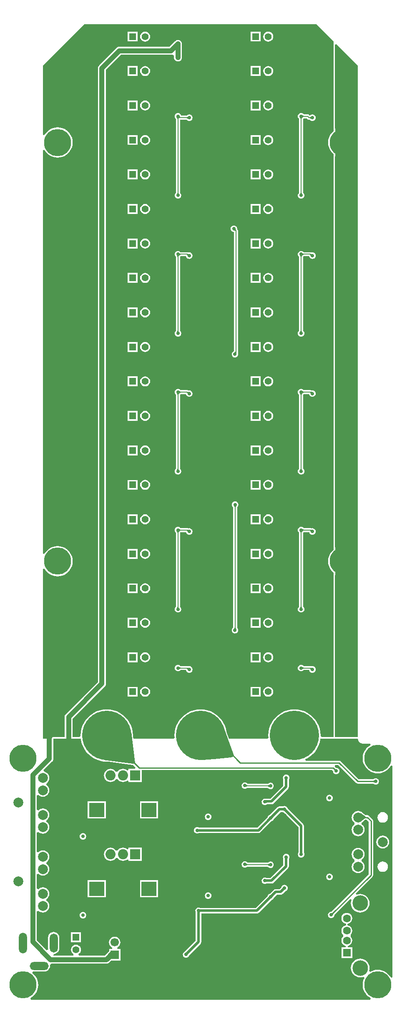
<source format=gbl>
G04*
G04 #@! TF.GenerationSoftware,Altium Limited,Altium Designer,23.10.1 (27)*
G04*
G04 Layer_Physical_Order=2*
G04 Layer_Color=16711680*
%FSLAX25Y25*%
%MOIN*%
G70*
G04*
G04 #@! TF.SameCoordinates,DEC2BE8A-3C9D-4CA9-A4ED-9AED73E2F86B*
G04*
G04*
G04 #@! TF.FilePolarity,Positive*
G04*
G01*
G75*
%ADD15C,0.01000*%
%ADD17C,0.00800*%
%ADD56C,0.06693*%
%ADD57R,0.06693X0.06693*%
%ADD66C,0.02000*%
%ADD83C,0.39370*%
%ADD84O,0.06496X0.16535*%
%ADD85O,0.06496X0.15158*%
%ADD86O,0.15158X0.06496*%
%ADD87C,0.07874*%
%ADD88C,0.12402*%
%ADD89C,0.06299*%
%ADD90R,0.06299X0.06299*%
%ADD91R,0.05512X0.05512*%
%ADD92C,0.05512*%
%ADD93R,0.12008X0.11221*%
%ADD94R,0.08071X0.08071*%
%ADD95C,0.08071*%
%ADD96R,0.05512X0.05512*%
%ADD97C,0.21654*%
%ADD98C,0.02756*%
%ADD99C,0.04000*%
%ADD100R,0.18428X0.37985*%
%ADD101R,0.18428X0.33000*%
G36*
X263779Y769975D02*
Y758874D01*
X263779Y711213D01*
Y700000D01*
Y698068D01*
X263123Y697507D01*
X261894Y696067D01*
X260905Y694453D01*
X260180Y692704D01*
X259738Y690864D01*
X259590Y688976D01*
X259738Y687089D01*
X260180Y685248D01*
X260905Y683499D01*
X261894Y681885D01*
X263123Y680446D01*
X263779Y679885D01*
Y677953D01*
Y673228D01*
X263779Y371000D01*
Y365354D01*
Y363422D01*
X263123Y362861D01*
X261894Y361422D01*
X260905Y359808D01*
X260180Y358059D01*
X259738Y356218D01*
X259590Y354331D01*
X259738Y352444D01*
X260180Y350603D01*
X260905Y348854D01*
X261894Y347240D01*
X263123Y345800D01*
X263779Y345240D01*
Y343308D01*
Y338000D01*
X263779Y213822D01*
X254355D01*
X253534Y214698D01*
X253554Y215000D01*
X253375Y217732D01*
X252841Y220417D01*
X251961Y223009D01*
X250750Y225465D01*
X249229Y227741D01*
X247424Y229800D01*
X245366Y231605D01*
X243089Y233126D01*
X240634Y234337D01*
X238041Y235217D01*
X235356Y235751D01*
X232624Y235930D01*
X229892Y235751D01*
X227207Y235217D01*
X224615Y234337D01*
X222160Y233126D01*
X219883Y231605D01*
X217825Y229800D01*
X216020Y227741D01*
X214499Y225465D01*
X213288Y223009D01*
X212408Y220417D01*
X211874Y217732D01*
X211695Y215000D01*
X211794Y213474D01*
X210974Y212598D01*
X180221D01*
X178344Y217891D01*
X177841Y220417D01*
X176961Y223009D01*
X175750Y225465D01*
X174229Y227741D01*
X172424Y229800D01*
X170366Y231605D01*
X168089Y233126D01*
X165634Y234337D01*
X163041Y235217D01*
X160356Y235751D01*
X157624Y235930D01*
X154893Y235751D01*
X152207Y235217D01*
X149615Y234337D01*
X147160Y233126D01*
X144883Y231605D01*
X142825Y229800D01*
X141020Y227741D01*
X139499Y225465D01*
X138288Y223009D01*
X137408Y220417D01*
X136874Y217732D01*
X136695Y215000D01*
X136795Y213474D01*
X135974Y212598D01*
X103928Y212598D01*
X103472Y213749D01*
X103554Y215000D01*
X103375Y217732D01*
X102841Y220417D01*
X101961Y223009D01*
X100750Y225465D01*
X99229Y227741D01*
X97424Y229800D01*
X95366Y231605D01*
X93089Y233126D01*
X90634Y234337D01*
X88041Y235217D01*
X85356Y235751D01*
X82624Y235930D01*
X79892Y235751D01*
X77207Y235217D01*
X74615Y234337D01*
X72159Y233126D01*
X69883Y231605D01*
X67825Y229800D01*
X66020Y227741D01*
X64499Y225465D01*
X63288Y223009D01*
X62408Y220417D01*
X61874Y217732D01*
X61695Y215000D01*
X61714Y214698D01*
X60894Y213822D01*
X55397D01*
Y228490D01*
X81022Y254115D01*
X81535Y254784D01*
X81858Y255562D01*
X81968Y256398D01*
X81968Y746935D01*
X94050Y759017D01*
X134048D01*
X134883Y759127D01*
X135064Y759202D01*
X136264Y758484D01*
Y756942D01*
X136374Y756106D01*
X136696Y755328D01*
X137209Y754660D01*
X137238Y754631D01*
X137906Y754118D01*
X138684Y753796D01*
X139520Y753686D01*
X140355Y753796D01*
X141134Y754118D01*
X141802Y754631D01*
X142315Y755299D01*
X142637Y756078D01*
X142747Y756913D01*
X142719Y757130D01*
Y767688D01*
X142609Y768523D01*
X142286Y769302D01*
X141773Y769970D01*
X141105Y770483D01*
X140327Y770806D01*
X139491Y770916D01*
X138656Y770806D01*
X137877Y770483D01*
X137209Y769970D01*
X132711Y765472D01*
X92713D01*
X91878Y765362D01*
X91099Y765040D01*
X90431Y764527D01*
X76458Y750554D01*
X75945Y749886D01*
X75622Y749107D01*
X75512Y748272D01*
X75512Y257734D01*
X49887Y232109D01*
X49374Y231441D01*
X49052Y230662D01*
X48942Y229827D01*
Y213822D01*
X39905D01*
X39437Y213729D01*
X39040Y213464D01*
X38775Y213067D01*
X38681Y212598D01*
X37481Y212598D01*
X31530D01*
X31530Y212598D01*
Y348258D01*
X32730Y348573D01*
X33547Y347240D01*
X34777Y345800D01*
X36216Y344571D01*
X37830Y343582D01*
X39579Y342857D01*
X41420Y342415D01*
X43307Y342267D01*
X45194Y342415D01*
X47035Y342857D01*
X48784Y343582D01*
X50398Y344571D01*
X51838Y345800D01*
X53067Y347240D01*
X54056Y348854D01*
X54781Y350603D01*
X55223Y352444D01*
X55371Y354331D01*
X55223Y356218D01*
X54781Y358059D01*
X54056Y359808D01*
X53067Y361422D01*
X51838Y362861D01*
X50398Y364091D01*
X48784Y365080D01*
X47035Y365804D01*
X45194Y366246D01*
X43307Y366395D01*
X41420Y366246D01*
X39579Y365804D01*
X37830Y365080D01*
X36216Y364091D01*
X34777Y362861D01*
X33547Y361422D01*
X32730Y360088D01*
X31530Y360403D01*
Y682904D01*
X32730Y683219D01*
X33547Y681885D01*
X34777Y680446D01*
X36216Y679216D01*
X37830Y678227D01*
X39579Y677503D01*
X41420Y677061D01*
X43307Y676912D01*
X45194Y677061D01*
X47035Y677503D01*
X48784Y678227D01*
X50398Y679216D01*
X51838Y680446D01*
X53067Y681885D01*
X54056Y683499D01*
X54781Y685248D01*
X55223Y687089D01*
X55371Y688976D01*
X55223Y690864D01*
X54781Y692704D01*
X54056Y694453D01*
X53067Y696067D01*
X51838Y697507D01*
X50398Y698736D01*
X48784Y699725D01*
X47035Y700450D01*
X45194Y700892D01*
X43307Y701040D01*
X41420Y700892D01*
X39579Y700450D01*
X37830Y699725D01*
X36216Y698736D01*
X34777Y697507D01*
X33547Y696067D01*
X32730Y694734D01*
X31530Y695049D01*
Y750324D01*
X64637Y783431D01*
X250324D01*
X263779Y769975D01*
D02*
G37*
G36*
X283431Y750324D02*
Y694585D01*
X282231Y694346D01*
X282224Y694362D01*
X281251Y695950D01*
X280042Y697365D01*
X278627Y698574D01*
X277039Y699547D01*
X275320Y700259D01*
X273509Y700694D01*
X272154Y700800D01*
Y688976D01*
Y677152D01*
X273509Y677259D01*
X275320Y677694D01*
X277039Y678406D01*
X278627Y679379D01*
X280042Y680588D01*
X281251Y682003D01*
X282224Y683591D01*
X282231Y683607D01*
X283431Y683368D01*
Y359939D01*
X282231Y359700D01*
X282224Y359717D01*
X281251Y361304D01*
X280042Y362719D01*
X278627Y363929D01*
X277039Y364901D01*
X275320Y365614D01*
X273509Y366048D01*
X272154Y366155D01*
Y354331D01*
Y342507D01*
X273509Y342614D01*
X275320Y343048D01*
X277039Y343760D01*
X278627Y344733D01*
X280042Y345942D01*
X281251Y347358D01*
X282224Y348945D01*
X282231Y348961D01*
X283431Y348723D01*
Y213822D01*
X265003D01*
X265003Y338000D01*
Y343308D01*
X266050Y343894D01*
X266268Y343760D01*
X267988Y343048D01*
X269798Y342614D01*
X271154Y342507D01*
Y354331D01*
Y366155D01*
X269798Y366048D01*
X267988Y365614D01*
X266268Y364901D01*
X266050Y364768D01*
X265003Y365354D01*
Y371000D01*
X265003Y673228D01*
Y677953D01*
X266050Y678540D01*
X266268Y678406D01*
X267988Y677694D01*
X269798Y677259D01*
X271154Y677152D01*
Y688976D01*
Y700800D01*
X269798Y700694D01*
X267988Y700259D01*
X266268Y699547D01*
X266050Y699413D01*
X265003Y700000D01*
Y711213D01*
X265003Y767183D01*
X266112Y767643D01*
X283431Y750324D01*
D02*
G37*
G36*
X184150Y199085D02*
X183712Y198108D01*
X183566Y197984D01*
X182911Y197826D01*
X181747Y197636D01*
X168286Y196195D01*
X159337Y195390D01*
X175988Y222091D01*
X184150Y199085D01*
D02*
G37*
G36*
X105245Y193087D02*
X104537Y192380D01*
X104370Y192332D01*
X103692Y192364D01*
X100800Y192668D01*
X79853Y195511D01*
X102113Y217772D01*
X105245Y193087D01*
D02*
G37*
G36*
X264936Y188509D02*
X265023Y188447D01*
X265124Y188389D01*
X265238Y188335D01*
X265365Y188285D01*
X265504Y188238D01*
X265823Y188158D01*
X266002Y188124D01*
X266194Y188094D01*
X264636Y186535D01*
X264605Y186727D01*
X264491Y187225D01*
X264445Y187365D01*
X264394Y187492D01*
X264340Y187605D01*
X264282Y187706D01*
X264220Y187794D01*
X264154Y187868D01*
X264861Y188575D01*
X264936Y188509D01*
D02*
G37*
G36*
X296741Y177254D02*
X296584Y177369D01*
X296151Y177639D01*
X296020Y177706D01*
X295894Y177760D01*
X295776Y177802D01*
X295663Y177832D01*
X295557Y177850D01*
X295458Y177856D01*
Y178856D01*
X295557Y178862D01*
X295663Y178880D01*
X295776Y178910D01*
X295894Y178952D01*
X296020Y179007D01*
X296151Y179073D01*
X296433Y179241D01*
X296584Y179344D01*
X296741Y179458D01*
Y177254D01*
D02*
G37*
G36*
X283566Y211571D02*
X283963Y210613D01*
X284594Y209791D01*
X285416Y209159D01*
X286374Y208763D01*
X287402Y208628D01*
X293139D01*
X293455Y207428D01*
X292122Y206610D01*
X290682Y205381D01*
X289453Y203941D01*
X288463Y202327D01*
X287739Y200578D01*
X287297Y198738D01*
X287149Y196850D01*
X287297Y194963D01*
X287739Y193122D01*
X288463Y191374D01*
X289453Y189759D01*
X290682Y188320D01*
X292122Y187091D01*
X293736Y186101D01*
X295485Y185377D01*
X297325Y184935D01*
X299213Y184786D01*
X301100Y184935D01*
X302941Y185377D01*
X304690Y186101D01*
X306304Y187091D01*
X307743Y188320D01*
X308973Y189759D01*
X309790Y191093D01*
X310990Y190777D01*
Y21821D01*
X309790Y21506D01*
X308973Y22839D01*
X307743Y24279D01*
X306304Y25508D01*
X304690Y26497D01*
X302941Y27222D01*
X301100Y27663D01*
X299213Y27812D01*
X297325Y27663D01*
X295485Y27222D01*
X293736Y26497D01*
X293256Y26203D01*
X292240Y26988D01*
X292487Y27801D01*
X292630Y29252D01*
X292487Y30703D01*
X292063Y32098D01*
X291376Y33384D01*
X290452Y34510D01*
X289324Y35435D01*
X288039Y36123D01*
X286644Y36546D01*
X285193Y36689D01*
X283742Y36546D01*
X282347Y36123D01*
X281061Y35435D01*
X279935Y34510D01*
X279010Y33384D01*
X278323Y32098D01*
X277899Y30703D01*
X277756Y29252D01*
X277899Y27801D01*
X278323Y26406D01*
X279010Y25120D01*
X279935Y23993D01*
X281061Y23069D01*
X282347Y22381D01*
X283742Y21958D01*
X285193Y21815D01*
X286644Y21958D01*
X287702Y22279D01*
X288442Y21484D01*
X288519Y21315D01*
X288463Y21225D01*
X287739Y19476D01*
X287297Y17635D01*
X287149Y15748D01*
X287297Y13861D01*
X287739Y12020D01*
X288463Y10271D01*
X289453Y8657D01*
X290682Y7218D01*
X292122Y5988D01*
X293455Y5171D01*
X293139Y3971D01*
X21821D01*
X21506Y5171D01*
X22839Y5988D01*
X24279Y7218D01*
X25508Y8657D01*
X26497Y10271D01*
X27222Y12020D01*
X27663Y13861D01*
X27812Y15748D01*
X27663Y17635D01*
X27222Y19476D01*
X26497Y21225D01*
X25508Y22839D01*
X24279Y24279D01*
X23003Y25368D01*
X23106Y25930D01*
X23477Y26516D01*
X24213Y26419D01*
X32874D01*
X34035Y26572D01*
X35117Y27020D01*
X36046Y27733D01*
X36759Y28662D01*
X37207Y29744D01*
X37360Y30906D01*
X37275Y31556D01*
X37382Y31843D01*
X37979Y32547D01*
X38240Y32709D01*
X82377D01*
X83212Y32819D01*
X83991Y33142D01*
X84659Y33655D01*
X86300Y35296D01*
X93546D01*
Y44389D01*
X91230D01*
X90992Y45589D01*
X91293Y45714D01*
X92243Y46442D01*
X92971Y47392D01*
X93429Y48498D01*
X93586Y49685D01*
X93429Y50872D01*
X92971Y51978D01*
X92243Y52928D01*
X91293Y53656D01*
X90187Y54115D01*
X89000Y54271D01*
X87813Y54115D01*
X86707Y53656D01*
X85757Y52928D01*
X85029Y51978D01*
X84571Y50872D01*
X84414Y49685D01*
X84571Y48498D01*
X85029Y47392D01*
X85757Y46442D01*
X86707Y45714D01*
X87008Y45589D01*
X86770Y44389D01*
X84453D01*
Y42473D01*
X84000Y42125D01*
X81040Y39165D01*
X60179D01*
X59941Y40365D01*
X59995Y40387D01*
X60821Y41021D01*
X61456Y41848D01*
X61854Y42810D01*
X61990Y43843D01*
X61854Y44875D01*
X61456Y45838D01*
X60821Y46664D01*
X59995Y47298D01*
X59033Y47697D01*
X58000Y47833D01*
X56967Y47697D01*
X56005Y47298D01*
X55179Y46664D01*
X54545Y45838D01*
X54146Y44875D01*
X54010Y43843D01*
X54146Y42810D01*
X54545Y41848D01*
X55179Y41021D01*
X56005Y40387D01*
X56059Y40365D01*
X55821Y39165D01*
X40092D01*
X40057Y39221D01*
X40071Y39379D01*
X40696Y40466D01*
X41319Y40548D01*
X42401Y40997D01*
X43330Y41710D01*
X44043Y42639D01*
X44491Y43721D01*
X44644Y44882D01*
Y53543D01*
X44491Y54704D01*
X44043Y55787D01*
X43330Y56716D01*
X42401Y57429D01*
X41319Y57877D01*
X40157Y58030D01*
X38996Y57877D01*
X37914Y57429D01*
X36985Y56716D01*
X36272Y55787D01*
X35824Y54704D01*
X35671Y53543D01*
Y44882D01*
X35770Y44134D01*
X34633Y43573D01*
X26705Y51502D01*
Y74575D01*
X27581Y74965D01*
X27905Y75021D01*
X28905Y74253D01*
X30155Y73735D01*
X31496Y73559D01*
X32837Y73735D01*
X34087Y74253D01*
X35160Y75076D01*
X35983Y76149D01*
X36501Y77399D01*
X36677Y78740D01*
X36501Y80081D01*
X35983Y81331D01*
X35160Y82404D01*
X34451Y82948D01*
X34357Y83245D01*
Y84078D01*
X34451Y84375D01*
X35160Y84919D01*
X35983Y85992D01*
X36501Y87242D01*
X36677Y88583D01*
X36501Y89924D01*
X35983Y91173D01*
X35160Y92247D01*
X34087Y93070D01*
X32837Y93588D01*
X31496Y93764D01*
X30155Y93588D01*
X28905Y93070D01*
X27905Y92302D01*
X27581Y92358D01*
X26705Y92748D01*
Y104102D01*
X27581Y104492D01*
X27905Y104549D01*
X28905Y103781D01*
X30155Y103263D01*
X31496Y103086D01*
X32837Y103263D01*
X34087Y103781D01*
X35160Y104604D01*
X35983Y105677D01*
X36501Y106927D01*
X36677Y108268D01*
X36501Y109609D01*
X35983Y110859D01*
X35160Y111932D01*
X34451Y112475D01*
X34357Y112773D01*
Y113605D01*
X34451Y113903D01*
X35160Y114447D01*
X35983Y115520D01*
X36501Y116769D01*
X36677Y118110D01*
X36501Y119451D01*
X35983Y120701D01*
X35160Y121774D01*
X34087Y122598D01*
X32837Y123115D01*
X31496Y123292D01*
X30155Y123115D01*
X28905Y122598D01*
X27905Y121830D01*
X27581Y121886D01*
X26705Y122276D01*
Y137567D01*
X27582Y137957D01*
X27905Y138013D01*
X28905Y137245D01*
X30155Y136727D01*
X31496Y136551D01*
X32837Y136727D01*
X34087Y137245D01*
X35160Y138068D01*
X35983Y139141D01*
X36501Y140391D01*
X36678Y141732D01*
X36501Y143073D01*
X35983Y144323D01*
X35160Y145396D01*
X34451Y145940D01*
X34357Y146237D01*
Y147070D01*
X34451Y147367D01*
X35160Y147911D01*
X35983Y148984D01*
X36501Y150234D01*
X36678Y151575D01*
X36501Y152916D01*
X35983Y154165D01*
X35160Y155239D01*
X34087Y156062D01*
X32837Y156580D01*
X31496Y156756D01*
X30155Y156580D01*
X28905Y156062D01*
X27905Y155294D01*
X27582Y155350D01*
X26705Y155740D01*
Y167095D01*
X27582Y167485D01*
X27905Y167541D01*
X28905Y166773D01*
X30155Y166255D01*
X31496Y166078D01*
X32837Y166255D01*
X34087Y166773D01*
X35160Y167596D01*
X35983Y168669D01*
X36501Y169919D01*
X36678Y171260D01*
X36501Y172601D01*
X35983Y173851D01*
X35160Y174924D01*
X34451Y175467D01*
X34357Y175765D01*
Y176597D01*
X34451Y176895D01*
X35160Y177439D01*
X35983Y178512D01*
X36501Y179761D01*
X36678Y181102D01*
X36501Y182443D01*
X35983Y183693D01*
X35160Y184766D01*
X34087Y185590D01*
X32837Y186107D01*
X32500Y186152D01*
X32070Y187418D01*
X38960Y194308D01*
X39472Y194976D01*
X39795Y195755D01*
X39905Y196590D01*
Y212478D01*
X39925Y212578D01*
X40025Y212598D01*
X61852D01*
X61874Y212268D01*
X62408Y209583D01*
X63288Y206991D01*
X64499Y204535D01*
X66020Y202259D01*
X67825Y200200D01*
X69883Y198395D01*
X72159Y196874D01*
X74615Y195663D01*
X77207Y194783D01*
X79892Y194249D01*
X82624Y194070D01*
X83825Y194149D01*
X100690Y191860D01*
X100703Y191861D01*
X100715Y191857D01*
X103606Y191552D01*
X103620Y191554D01*
X105711Y189462D01*
X105252Y188354D01*
X100080D01*
Y187628D01*
X99940Y187504D01*
X98880Y187103D01*
X98113Y187691D01*
X96839Y188219D01*
X95472Y188399D01*
X94106Y188219D01*
X92832Y187691D01*
X91738Y186852D01*
X91278Y186252D01*
X91154Y186195D01*
X89949D01*
X89825Y186252D01*
X89364Y186852D01*
X88270Y187691D01*
X86997Y188219D01*
X85630Y188399D01*
X84263Y188219D01*
X82990Y187691D01*
X81896Y186852D01*
X81057Y185758D01*
X80529Y184485D01*
X80349Y183118D01*
X80529Y181752D01*
X81057Y180478D01*
X81896Y179384D01*
X82990Y178545D01*
X84263Y178017D01*
X85630Y177838D01*
X86997Y178017D01*
X88270Y178545D01*
X89364Y179384D01*
X89825Y179985D01*
X89949Y180042D01*
X91154D01*
X91278Y179985D01*
X91738Y179384D01*
X92832Y178545D01*
X94106Y178017D01*
X95472Y177838D01*
X96839Y178017D01*
X98113Y178545D01*
X98880Y179133D01*
X99940Y178732D01*
X100080Y178608D01*
Y177883D01*
X110550D01*
Y187374D01*
X262433D01*
X263400Y186729D01*
X263488Y186056D01*
X263748Y185429D01*
X264161Y184891D01*
X264700Y184477D01*
X265327Y184218D01*
X266000Y184129D01*
X266673Y184218D01*
X267300Y184477D01*
X267839Y184891D01*
X268252Y185429D01*
X268512Y186056D01*
X268600Y186729D01*
X268512Y187402D01*
X268252Y188030D01*
X267839Y188568D01*
X267300Y188981D01*
X266673Y189241D01*
X266000Y189330D01*
X265868Y189312D01*
X264991Y190189D01*
X265091Y190777D01*
X265427Y191389D01*
X267688D01*
X281947Y177130D01*
X282509Y176755D01*
X283172Y176623D01*
X295649D01*
X295730Y176517D01*
X296269Y176104D01*
X296896Y175845D01*
X297569Y175756D01*
X298242Y175845D01*
X298869Y176104D01*
X299407Y176517D01*
X299820Y177056D01*
X300080Y177683D01*
X300169Y178356D01*
X300080Y179029D01*
X299820Y179656D01*
X299407Y180195D01*
X298869Y180608D01*
X298242Y180868D01*
X297569Y180956D01*
X296896Y180868D01*
X296269Y180608D01*
X295730Y180195D01*
X295649Y180089D01*
X283890D01*
X269632Y194348D01*
X269070Y194724D01*
X268406Y194856D01*
X241709D01*
X241430Y196056D01*
X243089Y196874D01*
X245366Y198395D01*
X247424Y200200D01*
X249229Y202259D01*
X250750Y204535D01*
X251961Y206991D01*
X252841Y209583D01*
X253375Y212268D01*
X253397Y212598D01*
X283431D01*
X283566Y211571D01*
D02*
G37*
G36*
X88605Y36520D02*
X88401Y36852D01*
X88136Y37065D01*
X87809Y37161D01*
X87420Y37138D01*
X86970Y36998D01*
X86458Y36739D01*
X85884Y36362D01*
X85248Y35867D01*
X84550Y35254D01*
X83791Y34523D01*
X81423Y37811D01*
X82229Y38629D01*
X84987Y41780D01*
X85284Y42222D01*
X85496Y42603D01*
X85623Y42921D01*
X85666Y43177D01*
X88605Y36520D01*
D02*
G37*
%LPC*%
G36*
X205649Y777578D02*
X197737D01*
Y769666D01*
X205649D01*
Y777578D01*
D02*
G37*
G36*
X107224D02*
X99312D01*
Y769666D01*
X107224D01*
Y777578D01*
D02*
G37*
G36*
X211693Y777612D02*
X210660Y777476D01*
X209698Y777077D01*
X208872Y776443D01*
X208238Y775617D01*
X207839Y774655D01*
X207703Y773622D01*
X207839Y772589D01*
X208238Y771627D01*
X208872Y770801D01*
X209698Y770166D01*
X210660Y769768D01*
X211693Y769632D01*
X212726Y769768D01*
X213688Y770166D01*
X214514Y770801D01*
X215148Y771627D01*
X215547Y772589D01*
X215683Y773622D01*
X215547Y774655D01*
X215148Y775617D01*
X214514Y776443D01*
X213688Y777077D01*
X212726Y777476D01*
X211693Y777612D01*
D02*
G37*
G36*
X113268D02*
X112235Y777476D01*
X111273Y777077D01*
X110446Y776443D01*
X109812Y775617D01*
X109414Y774655D01*
X109278Y773622D01*
X109414Y772589D01*
X109812Y771627D01*
X110446Y770801D01*
X111273Y770166D01*
X112235Y769768D01*
X113268Y769632D01*
X114301Y769768D01*
X115263Y770166D01*
X116089Y770801D01*
X116723Y771627D01*
X117122Y772589D01*
X117258Y773622D01*
X117122Y774655D01*
X116723Y775617D01*
X116089Y776443D01*
X115263Y777077D01*
X114301Y777476D01*
X113268Y777612D01*
D02*
G37*
G36*
X205649Y750019D02*
X197737D01*
Y742107D01*
X205649D01*
Y750019D01*
D02*
G37*
G36*
X107224D02*
X99312D01*
Y742107D01*
X107224D01*
Y750019D01*
D02*
G37*
G36*
X211693Y750053D02*
X210660Y749917D01*
X209698Y749518D01*
X208872Y748884D01*
X208238Y748058D01*
X207839Y747096D01*
X207703Y746063D01*
X207839Y745030D01*
X208238Y744068D01*
X208872Y743242D01*
X209698Y742607D01*
X210660Y742209D01*
X211693Y742073D01*
X212726Y742209D01*
X213688Y742607D01*
X214514Y743242D01*
X215148Y744068D01*
X215547Y745030D01*
X215683Y746063D01*
X215547Y747096D01*
X215148Y748058D01*
X214514Y748884D01*
X213688Y749518D01*
X212726Y749917D01*
X211693Y750053D01*
D02*
G37*
G36*
X113268D02*
X112235Y749917D01*
X111273Y749518D01*
X110446Y748884D01*
X109812Y748058D01*
X109414Y747096D01*
X109278Y746063D01*
X109414Y745030D01*
X109812Y744068D01*
X110446Y743242D01*
X111273Y742607D01*
X112235Y742209D01*
X113268Y742073D01*
X114301Y742209D01*
X115263Y742607D01*
X116089Y743242D01*
X116723Y744068D01*
X117122Y745030D01*
X117258Y746063D01*
X117122Y747096D01*
X116723Y748058D01*
X116089Y748884D01*
X115263Y749518D01*
X114301Y749917D01*
X113268Y750053D01*
D02*
G37*
G36*
X205649Y722460D02*
X197737D01*
Y714548D01*
X205649D01*
Y722460D01*
D02*
G37*
G36*
X107224D02*
X99312D01*
Y714548D01*
X107224D01*
Y722460D01*
D02*
G37*
G36*
X211693Y722494D02*
X210660Y722358D01*
X209698Y721959D01*
X208872Y721325D01*
X208238Y720499D01*
X207839Y719537D01*
X207703Y718504D01*
X207839Y717471D01*
X208238Y716509D01*
X208872Y715683D01*
X209698Y715049D01*
X210660Y714650D01*
X211693Y714514D01*
X212726Y714650D01*
X213688Y715049D01*
X214514Y715683D01*
X215148Y716509D01*
X215547Y717471D01*
X215683Y718504D01*
X215547Y719537D01*
X215148Y720499D01*
X214514Y721325D01*
X213688Y721959D01*
X212726Y722358D01*
X211693Y722494D01*
D02*
G37*
G36*
X113268D02*
X112235Y722358D01*
X111273Y721959D01*
X110446Y721325D01*
X109812Y720499D01*
X109414Y719537D01*
X109278Y718504D01*
X109414Y717471D01*
X109812Y716509D01*
X110446Y715683D01*
X111273Y715049D01*
X112235Y714650D01*
X113268Y714514D01*
X114301Y714650D01*
X115263Y715049D01*
X116089Y715683D01*
X116723Y716509D01*
X117122Y717471D01*
X117258Y718504D01*
X117122Y719537D01*
X116723Y720499D01*
X116089Y721325D01*
X115263Y721959D01*
X114301Y722358D01*
X113268Y722494D01*
D02*
G37*
G36*
X237945Y712513D02*
X237272Y712425D01*
X236645Y712165D01*
X236106Y711752D01*
X235693Y711213D01*
X235433Y710586D01*
X235345Y709913D01*
X235433Y709240D01*
X235693Y708613D01*
X236106Y708075D01*
X236314Y707915D01*
Y648675D01*
X236106Y648516D01*
X235693Y647977D01*
X235433Y647350D01*
X235345Y646677D01*
X235433Y646004D01*
X235693Y645377D01*
X236106Y644838D01*
X236645Y644425D01*
X237272Y644165D01*
X237945Y644077D01*
X238618Y644165D01*
X239245Y644425D01*
X239784Y644838D01*
X240197Y645377D01*
X240457Y646004D01*
X240545Y646677D01*
X240457Y647350D01*
X240197Y647977D01*
X239784Y648516D01*
X239576Y648675D01*
Y707915D01*
X239784Y708075D01*
X239943Y708282D01*
X242543D01*
X243215Y707611D01*
X243744Y707257D01*
X244368Y707133D01*
X244948D01*
X245107Y706925D01*
X245646Y706512D01*
X246273Y706252D01*
X246946Y706164D01*
X247619Y706252D01*
X248246Y706512D01*
X248785Y706925D01*
X249198Y707464D01*
X249458Y708091D01*
X249546Y708764D01*
X249458Y709437D01*
X249198Y710064D01*
X248785Y710603D01*
X248246Y711016D01*
X247619Y711276D01*
X246946Y711364D01*
X246273Y711276D01*
X245646Y711016D01*
X245107Y710603D01*
X244853Y710586D01*
X244372Y711067D01*
X243843Y711420D01*
X243219Y711545D01*
X239943D01*
X239784Y711752D01*
X239245Y712165D01*
X238618Y712425D01*
X237945Y712513D01*
D02*
G37*
G36*
X139520D02*
X138847Y712425D01*
X138220Y712165D01*
X137681Y711752D01*
X137268Y711213D01*
X137008Y710586D01*
X136920Y709913D01*
X137008Y709240D01*
X137268Y708613D01*
X137681Y708075D01*
X137888Y707915D01*
Y648675D01*
X137681Y648516D01*
X137268Y647977D01*
X137008Y647350D01*
X136920Y646677D01*
X137008Y646004D01*
X137268Y645377D01*
X137681Y644838D01*
X138220Y644425D01*
X138847Y644165D01*
X139520Y644077D01*
X140193Y644165D01*
X140820Y644425D01*
X141358Y644838D01*
X141772Y645377D01*
X142031Y646004D01*
X142120Y646677D01*
X142031Y647350D01*
X141772Y647977D01*
X141358Y648516D01*
X141151Y648675D01*
Y707094D01*
X141198Y707133D01*
X146523D01*
X146682Y706925D01*
X147221Y706512D01*
X147848Y706252D01*
X148521Y706164D01*
X149194Y706252D01*
X149821Y706512D01*
X150359Y706925D01*
X150773Y707464D01*
X151032Y708091D01*
X151121Y708764D01*
X151032Y709437D01*
X150773Y710064D01*
X150359Y710603D01*
X149821Y711016D01*
X149194Y711276D01*
X148521Y711364D01*
X147848Y711276D01*
X147221Y711016D01*
X146682Y710603D01*
X146523Y710395D01*
X142057D01*
X142031Y710586D01*
X141772Y711213D01*
X141358Y711752D01*
X140820Y712165D01*
X140193Y712425D01*
X139520Y712513D01*
D02*
G37*
G36*
X205649Y694901D02*
X197737D01*
Y686989D01*
X205649D01*
Y694901D01*
D02*
G37*
G36*
X107224D02*
X99312D01*
Y686989D01*
X107224D01*
Y694901D01*
D02*
G37*
G36*
X211693Y694935D02*
X210660Y694799D01*
X209698Y694400D01*
X208872Y693766D01*
X208238Y692940D01*
X207839Y691978D01*
X207703Y690945D01*
X207839Y689912D01*
X208238Y688950D01*
X208872Y688123D01*
X209698Y687489D01*
X210660Y687091D01*
X211693Y686955D01*
X212726Y687091D01*
X213688Y687489D01*
X214514Y688123D01*
X215148Y688950D01*
X215547Y689912D01*
X215683Y690945D01*
X215547Y691978D01*
X215148Y692940D01*
X214514Y693766D01*
X213688Y694400D01*
X212726Y694799D01*
X211693Y694935D01*
D02*
G37*
G36*
X113268D02*
X112235Y694799D01*
X111273Y694400D01*
X110446Y693766D01*
X109812Y692940D01*
X109414Y691978D01*
X109278Y690945D01*
X109414Y689912D01*
X109812Y688950D01*
X110446Y688123D01*
X111273Y687489D01*
X112235Y687091D01*
X113268Y686955D01*
X114301Y687091D01*
X115263Y687489D01*
X116089Y688123D01*
X116723Y688950D01*
X117122Y689912D01*
X117258Y690945D01*
X117122Y691978D01*
X116723Y692940D01*
X116089Y693766D01*
X115263Y694400D01*
X114301Y694799D01*
X113268Y694935D01*
D02*
G37*
G36*
X205649Y667342D02*
X197737D01*
Y659430D01*
X205649D01*
Y667342D01*
D02*
G37*
G36*
X107224D02*
X99312D01*
Y659430D01*
X107224D01*
Y667342D01*
D02*
G37*
G36*
X211693Y667376D02*
X210660Y667240D01*
X209698Y666841D01*
X208872Y666207D01*
X208238Y665381D01*
X207839Y664419D01*
X207703Y663386D01*
X207839Y662353D01*
X208238Y661391D01*
X208872Y660564D01*
X209698Y659930D01*
X210660Y659532D01*
X211693Y659396D01*
X212726Y659532D01*
X213688Y659930D01*
X214514Y660564D01*
X215148Y661391D01*
X215547Y662353D01*
X215683Y663386D01*
X215547Y664419D01*
X215148Y665381D01*
X214514Y666207D01*
X213688Y666841D01*
X212726Y667240D01*
X211693Y667376D01*
D02*
G37*
G36*
X113268D02*
X112235Y667240D01*
X111273Y666841D01*
X110446Y666207D01*
X109812Y665381D01*
X109414Y664419D01*
X109278Y663386D01*
X109414Y662353D01*
X109812Y661391D01*
X110446Y660564D01*
X111273Y659930D01*
X112235Y659532D01*
X113268Y659396D01*
X114301Y659532D01*
X115263Y659930D01*
X116089Y660564D01*
X116723Y661391D01*
X117122Y662353D01*
X117258Y663386D01*
X117122Y664419D01*
X116723Y665381D01*
X116089Y666207D01*
X115263Y666841D01*
X114301Y667240D01*
X113268Y667376D01*
D02*
G37*
G36*
X205649Y639783D02*
X197737D01*
Y631871D01*
X205649D01*
Y639783D01*
D02*
G37*
G36*
X107224D02*
X99312D01*
Y631871D01*
X107224D01*
Y639783D01*
D02*
G37*
G36*
X211693Y639817D02*
X210660Y639681D01*
X209698Y639282D01*
X208872Y638648D01*
X208238Y637822D01*
X207839Y636860D01*
X207703Y635827D01*
X207839Y634794D01*
X208238Y633832D01*
X208872Y633005D01*
X209698Y632371D01*
X210660Y631973D01*
X211693Y631837D01*
X212726Y631973D01*
X213688Y632371D01*
X214514Y633005D01*
X215148Y633832D01*
X215547Y634794D01*
X215683Y635827D01*
X215547Y636860D01*
X215148Y637822D01*
X214514Y638648D01*
X213688Y639282D01*
X212726Y639681D01*
X211693Y639817D01*
D02*
G37*
G36*
X113268D02*
X112235Y639681D01*
X111273Y639282D01*
X110446Y638648D01*
X109812Y637822D01*
X109414Y636860D01*
X109278Y635827D01*
X109414Y634794D01*
X109812Y633832D01*
X110446Y633005D01*
X111273Y632371D01*
X112235Y631973D01*
X113268Y631837D01*
X114301Y631973D01*
X115263Y632371D01*
X116089Y633005D01*
X116723Y633832D01*
X117122Y634794D01*
X117258Y635827D01*
X117122Y636860D01*
X116723Y637822D01*
X116089Y638648D01*
X115263Y639282D01*
X114301Y639681D01*
X113268Y639817D01*
D02*
G37*
G36*
X205649Y612223D02*
X197737D01*
Y604312D01*
X205649D01*
Y612223D01*
D02*
G37*
G36*
X107224D02*
X99312D01*
Y604312D01*
X107224D01*
Y612223D01*
D02*
G37*
G36*
X211693Y612258D02*
X210660Y612122D01*
X209698Y611723D01*
X208872Y611089D01*
X208238Y610263D01*
X207839Y609300D01*
X207703Y608268D01*
X207839Y607235D01*
X208238Y606273D01*
X208872Y605446D01*
X209698Y604812D01*
X210660Y604414D01*
X211693Y604278D01*
X212726Y604414D01*
X213688Y604812D01*
X214514Y605446D01*
X215148Y606273D01*
X215547Y607235D01*
X215683Y608268D01*
X215547Y609300D01*
X215148Y610263D01*
X214514Y611089D01*
X213688Y611723D01*
X212726Y612122D01*
X211693Y612258D01*
D02*
G37*
G36*
X113268D02*
X112235Y612122D01*
X111273Y611723D01*
X110446Y611089D01*
X109812Y610263D01*
X109414Y609300D01*
X109278Y608268D01*
X109414Y607235D01*
X109812Y606273D01*
X110446Y605446D01*
X111273Y604812D01*
X112235Y604414D01*
X113268Y604278D01*
X114301Y604414D01*
X115263Y604812D01*
X116089Y605446D01*
X116723Y606273D01*
X117122Y607235D01*
X117258Y608268D01*
X117122Y609300D01*
X116723Y610263D01*
X116089Y611089D01*
X115263Y611723D01*
X114301Y612122D01*
X113268Y612258D01*
D02*
G37*
G36*
X237945Y602277D02*
X237272Y602189D01*
X236645Y601929D01*
X236106Y601516D01*
X235693Y600977D01*
X235433Y600350D01*
X235345Y599677D01*
X235433Y599004D01*
X235693Y598377D01*
X236106Y597838D01*
X236314Y597679D01*
Y538439D01*
X236106Y538279D01*
X235693Y537741D01*
X235433Y537114D01*
X235345Y536441D01*
X235433Y535768D01*
X235693Y535141D01*
X236106Y534602D01*
X236645Y534189D01*
X237272Y533929D01*
X237945Y533841D01*
X238618Y533929D01*
X239245Y534189D01*
X239784Y534602D01*
X240197Y535141D01*
X240457Y535768D01*
X240545Y536441D01*
X240457Y537114D01*
X240197Y537741D01*
X239784Y538279D01*
X239576Y538439D01*
Y597679D01*
X239784Y597838D01*
X239943Y598046D01*
X244409D01*
X244434Y597855D01*
X244694Y597228D01*
X245107Y596689D01*
X245646Y596276D01*
X246273Y596016D01*
X246946Y595928D01*
X247619Y596016D01*
X248246Y596276D01*
X248785Y596689D01*
X249198Y597228D01*
X249458Y597855D01*
X249546Y598528D01*
X249458Y599201D01*
X249198Y599828D01*
X248785Y600366D01*
X248246Y600780D01*
X247619Y601039D01*
X246946Y601128D01*
X246273Y601039D01*
X246171Y600997D01*
X245892Y601184D01*
X245268Y601308D01*
X239943D01*
X239784Y601516D01*
X239245Y601929D01*
X238618Y602189D01*
X237945Y602277D01*
D02*
G37*
G36*
X139520D02*
X138847Y602189D01*
X138220Y601929D01*
X137681Y601516D01*
X137268Y600977D01*
X137008Y600350D01*
X136920Y599677D01*
X137008Y599004D01*
X137268Y598377D01*
X137681Y597838D01*
X137888Y597679D01*
Y538439D01*
X137681Y538279D01*
X137268Y537741D01*
X137008Y537114D01*
X136920Y536441D01*
X137008Y535768D01*
X137268Y535141D01*
X137681Y534602D01*
X138220Y534189D01*
X138847Y533929D01*
X139520Y533841D01*
X140193Y533929D01*
X140820Y534189D01*
X141358Y534602D01*
X141772Y535141D01*
X142031Y535768D01*
X142120Y536441D01*
X142031Y537114D01*
X141772Y537741D01*
X141358Y538279D01*
X141151Y538439D01*
Y597679D01*
X141358Y597838D01*
X141517Y598046D01*
X145984D01*
X146009Y597855D01*
X146269Y597228D01*
X146682Y596689D01*
X147221Y596276D01*
X147848Y596016D01*
X148521Y595928D01*
X149194Y596016D01*
X149821Y596276D01*
X150359Y596689D01*
X150773Y597228D01*
X151032Y597855D01*
X151121Y598528D01*
X151032Y599201D01*
X150773Y599828D01*
X150359Y600366D01*
X149821Y600780D01*
X149194Y601039D01*
X148521Y601128D01*
X147848Y601039D01*
X147746Y600997D01*
X147467Y601184D01*
X146842Y601308D01*
X141517D01*
X141358Y601516D01*
X140820Y601929D01*
X140193Y602189D01*
X139520Y602277D01*
D02*
G37*
G36*
X205649Y584664D02*
X197737D01*
Y576753D01*
X205649D01*
Y584664D01*
D02*
G37*
G36*
X107224D02*
X99312D01*
Y576753D01*
X107224D01*
Y584664D01*
D02*
G37*
G36*
X211693Y584699D02*
X210660Y584563D01*
X209698Y584164D01*
X208872Y583530D01*
X208238Y582704D01*
X207839Y581741D01*
X207703Y580709D01*
X207839Y579676D01*
X208238Y578714D01*
X208872Y577887D01*
X209698Y577253D01*
X210660Y576855D01*
X211693Y576719D01*
X212726Y576855D01*
X213688Y577253D01*
X214514Y577887D01*
X215148Y578714D01*
X215547Y579676D01*
X215683Y580709D01*
X215547Y581741D01*
X215148Y582704D01*
X214514Y583530D01*
X213688Y584164D01*
X212726Y584563D01*
X211693Y584699D01*
D02*
G37*
G36*
X113268D02*
X112235Y584563D01*
X111273Y584164D01*
X110446Y583530D01*
X109812Y582704D01*
X109414Y581741D01*
X109278Y580709D01*
X109414Y579676D01*
X109812Y578714D01*
X110446Y577887D01*
X111273Y577253D01*
X112235Y576855D01*
X113268Y576719D01*
X114301Y576855D01*
X115263Y577253D01*
X116089Y577887D01*
X116723Y578714D01*
X117122Y579676D01*
X117258Y580709D01*
X117122Y581741D01*
X116723Y582704D01*
X116089Y583530D01*
X115263Y584164D01*
X114301Y584563D01*
X113268Y584699D01*
D02*
G37*
G36*
X205649Y557105D02*
X197737D01*
Y549194D01*
X205649D01*
Y557105D01*
D02*
G37*
G36*
X107224D02*
X99312D01*
Y549194D01*
X107224D01*
Y557105D01*
D02*
G37*
G36*
X211693Y557140D02*
X210660Y557004D01*
X209698Y556605D01*
X208872Y555971D01*
X208238Y555145D01*
X207839Y554182D01*
X207703Y553150D01*
X207839Y552117D01*
X208238Y551155D01*
X208872Y550328D01*
X209698Y549694D01*
X210660Y549296D01*
X211693Y549160D01*
X212726Y549296D01*
X213688Y549694D01*
X214514Y550328D01*
X215148Y551155D01*
X215547Y552117D01*
X215683Y553150D01*
X215547Y554182D01*
X215148Y555145D01*
X214514Y555971D01*
X213688Y556605D01*
X212726Y557004D01*
X211693Y557140D01*
D02*
G37*
G36*
X113268D02*
X112235Y557004D01*
X111273Y556605D01*
X110446Y555971D01*
X109812Y555145D01*
X109414Y554182D01*
X109278Y553150D01*
X109414Y552117D01*
X109812Y551155D01*
X110446Y550328D01*
X111273Y549694D01*
X112235Y549296D01*
X113268Y549160D01*
X114301Y549296D01*
X115263Y549694D01*
X116089Y550328D01*
X116723Y551155D01*
X117122Y552117D01*
X117258Y553150D01*
X117122Y554182D01*
X116723Y555145D01*
X116089Y555971D01*
X115263Y556605D01*
X114301Y557004D01*
X113268Y557140D01*
D02*
G37*
G36*
X205649Y529546D02*
X197737D01*
Y521635D01*
X205649D01*
Y529546D01*
D02*
G37*
G36*
X107224D02*
X99312D01*
Y521635D01*
X107224D01*
Y529546D01*
D02*
G37*
G36*
X211693Y529581D02*
X210660Y529445D01*
X209698Y529046D01*
X208872Y528412D01*
X208238Y527586D01*
X207839Y526623D01*
X207703Y525591D01*
X207839Y524558D01*
X208238Y523596D01*
X208872Y522769D01*
X209698Y522135D01*
X210660Y521736D01*
X211693Y521601D01*
X212726Y521736D01*
X213688Y522135D01*
X214514Y522769D01*
X215148Y523596D01*
X215547Y524558D01*
X215683Y525591D01*
X215547Y526623D01*
X215148Y527586D01*
X214514Y528412D01*
X213688Y529046D01*
X212726Y529445D01*
X211693Y529581D01*
D02*
G37*
G36*
X113268D02*
X112235Y529445D01*
X111273Y529046D01*
X110446Y528412D01*
X109812Y527586D01*
X109414Y526623D01*
X109278Y525591D01*
X109414Y524558D01*
X109812Y523596D01*
X110446Y522769D01*
X111273Y522135D01*
X112235Y521736D01*
X113268Y521601D01*
X114301Y521736D01*
X115263Y522135D01*
X116089Y522769D01*
X116723Y523596D01*
X117122Y524558D01*
X117258Y525591D01*
X117122Y526623D01*
X116723Y527586D01*
X116089Y528412D01*
X115263Y529046D01*
X114301Y529445D01*
X113268Y529581D01*
D02*
G37*
G36*
X184239Y622616D02*
X183566Y622527D01*
X182939Y622267D01*
X182400Y621854D01*
X181987Y621316D01*
X181727Y620689D01*
X181639Y620016D01*
X181727Y619343D01*
X181987Y618715D01*
X182400Y618177D01*
X182939Y617764D01*
X183566Y617504D01*
X184239Y617415D01*
Y522144D01*
X183739Y521937D01*
X183201Y521524D01*
X182788Y520985D01*
X182528Y520358D01*
X182439Y519685D01*
X182528Y519012D01*
X182788Y518385D01*
X183201Y517846D01*
X183739Y517433D01*
X184366Y517173D01*
X185039Y517085D01*
X185712Y517173D01*
X186339Y517433D01*
X186878Y517846D01*
X187291Y518385D01*
X187551Y519012D01*
X187640Y519685D01*
X187551Y520358D01*
X187496Y520490D01*
X187502Y520516D01*
Y618384D01*
X187377Y619009D01*
X187024Y619538D01*
X186805Y619757D01*
X186839Y620016D01*
X186750Y620689D01*
X186491Y621316D01*
X186077Y621854D01*
X185539Y622267D01*
X184912Y622527D01*
X184239Y622616D01*
D02*
G37*
G36*
X205649Y501987D02*
X197737D01*
Y494075D01*
X205649D01*
Y501987D01*
D02*
G37*
G36*
X107224D02*
X99312D01*
Y494075D01*
X107224D01*
Y501987D01*
D02*
G37*
G36*
X211693Y502022D02*
X210660Y501886D01*
X209698Y501487D01*
X208872Y500853D01*
X208238Y500026D01*
X207839Y499064D01*
X207703Y498031D01*
X207839Y496999D01*
X208238Y496036D01*
X208872Y495210D01*
X209698Y494576D01*
X210660Y494177D01*
X211693Y494041D01*
X212726Y494177D01*
X213688Y494576D01*
X214514Y495210D01*
X215148Y496036D01*
X215547Y496999D01*
X215683Y498031D01*
X215547Y499064D01*
X215148Y500026D01*
X214514Y500853D01*
X213688Y501487D01*
X212726Y501886D01*
X211693Y502022D01*
D02*
G37*
G36*
X113268D02*
X112235Y501886D01*
X111273Y501487D01*
X110446Y500853D01*
X109812Y500026D01*
X109414Y499064D01*
X109278Y498031D01*
X109414Y496999D01*
X109812Y496036D01*
X110446Y495210D01*
X111273Y494576D01*
X112235Y494177D01*
X113268Y494041D01*
X114301Y494177D01*
X115263Y494576D01*
X116089Y495210D01*
X116723Y496036D01*
X117122Y496999D01*
X117258Y498031D01*
X117122Y499064D01*
X116723Y500026D01*
X116089Y500853D01*
X115263Y501487D01*
X114301Y501886D01*
X113268Y502022D01*
D02*
G37*
G36*
X237945Y492041D02*
X237272Y491952D01*
X236645Y491693D01*
X236106Y491279D01*
X235693Y490741D01*
X235433Y490114D01*
X235345Y489441D01*
X235433Y488768D01*
X235693Y488141D01*
X236106Y487602D01*
X236314Y487443D01*
Y428202D01*
X236106Y428043D01*
X235693Y427505D01*
X235433Y426878D01*
X235345Y426205D01*
X235433Y425532D01*
X235693Y424904D01*
X236106Y424366D01*
X236645Y423953D01*
X237272Y423693D01*
X237945Y423604D01*
X238618Y423693D01*
X239245Y423953D01*
X239784Y424366D01*
X240197Y424904D01*
X240457Y425532D01*
X240545Y426205D01*
X240457Y426878D01*
X240197Y427505D01*
X239784Y428043D01*
X239576Y428202D01*
Y487443D01*
X239784Y487602D01*
X239943Y487810D01*
X244409D01*
X244434Y487619D01*
X244694Y486992D01*
X245107Y486453D01*
X245646Y486040D01*
X246273Y485780D01*
X246946Y485691D01*
X247619Y485780D01*
X248246Y486040D01*
X248785Y486453D01*
X249198Y486992D01*
X249458Y487619D01*
X249546Y488292D01*
X249458Y488965D01*
X249198Y489592D01*
X248785Y490130D01*
X248246Y490544D01*
X247619Y490803D01*
X246946Y490892D01*
X246273Y490803D01*
X246171Y490761D01*
X245892Y490948D01*
X245268Y491072D01*
X239943D01*
X239784Y491279D01*
X239245Y491693D01*
X238618Y491952D01*
X237945Y492041D01*
D02*
G37*
G36*
X139520D02*
X138847Y491952D01*
X138220Y491693D01*
X137681Y491279D01*
X137268Y490741D01*
X137008Y490114D01*
X136920Y489441D01*
X137008Y488768D01*
X137268Y488141D01*
X137681Y487602D01*
X137888Y487443D01*
Y428202D01*
X137681Y428043D01*
X137268Y427505D01*
X137008Y426878D01*
X136920Y426205D01*
X137008Y425532D01*
X137268Y424904D01*
X137681Y424366D01*
X138220Y423953D01*
X138847Y423693D01*
X139520Y423604D01*
X140193Y423693D01*
X140820Y423953D01*
X141358Y424366D01*
X141772Y424904D01*
X142031Y425532D01*
X142120Y426205D01*
X142031Y426878D01*
X141772Y427505D01*
X141358Y428043D01*
X141151Y428202D01*
Y487443D01*
X141358Y487602D01*
X141517Y487810D01*
X145984D01*
X146009Y487619D01*
X146269Y486992D01*
X146682Y486453D01*
X147221Y486040D01*
X147848Y485780D01*
X148521Y485691D01*
X149194Y485780D01*
X149821Y486040D01*
X150359Y486453D01*
X150773Y486992D01*
X151032Y487619D01*
X151121Y488292D01*
X151032Y488965D01*
X150773Y489592D01*
X150359Y490130D01*
X149821Y490544D01*
X149194Y490803D01*
X148521Y490892D01*
X147848Y490803D01*
X147746Y490761D01*
X147467Y490948D01*
X146842Y491072D01*
X141517D01*
X141358Y491279D01*
X140820Y491693D01*
X140193Y491952D01*
X139520Y492041D01*
D02*
G37*
G36*
X205649Y474428D02*
X197737D01*
Y466516D01*
X205649D01*
Y474428D01*
D02*
G37*
G36*
X107224D02*
X99312D01*
Y466516D01*
X107224D01*
Y474428D01*
D02*
G37*
G36*
X211693Y474462D02*
X210660Y474327D01*
X209698Y473928D01*
X208872Y473294D01*
X208238Y472467D01*
X207839Y471505D01*
X207703Y470472D01*
X207839Y469440D01*
X208238Y468477D01*
X208872Y467651D01*
X209698Y467017D01*
X210660Y466618D01*
X211693Y466482D01*
X212726Y466618D01*
X213688Y467017D01*
X214514Y467651D01*
X215148Y468477D01*
X215547Y469440D01*
X215683Y470472D01*
X215547Y471505D01*
X215148Y472467D01*
X214514Y473294D01*
X213688Y473928D01*
X212726Y474327D01*
X211693Y474462D01*
D02*
G37*
G36*
X113268D02*
X112235Y474327D01*
X111273Y473928D01*
X110446Y473294D01*
X109812Y472467D01*
X109414Y471505D01*
X109278Y470472D01*
X109414Y469440D01*
X109812Y468477D01*
X110446Y467651D01*
X111273Y467017D01*
X112235Y466618D01*
X113268Y466482D01*
X114301Y466618D01*
X115263Y467017D01*
X116089Y467651D01*
X116723Y468477D01*
X117122Y469440D01*
X117258Y470472D01*
X117122Y471505D01*
X116723Y472467D01*
X116089Y473294D01*
X115263Y473928D01*
X114301Y474327D01*
X113268Y474462D01*
D02*
G37*
G36*
X205649Y446869D02*
X197737D01*
Y438958D01*
X205649D01*
Y446869D01*
D02*
G37*
G36*
X107224D02*
X99312D01*
Y438958D01*
X107224D01*
Y446869D01*
D02*
G37*
G36*
X211693Y446903D02*
X210660Y446768D01*
X209698Y446369D01*
X208872Y445735D01*
X208238Y444908D01*
X207839Y443946D01*
X207703Y442913D01*
X207839Y441881D01*
X208238Y440918D01*
X208872Y440092D01*
X209698Y439458D01*
X210660Y439059D01*
X211693Y438923D01*
X212726Y439059D01*
X213688Y439458D01*
X214514Y440092D01*
X215148Y440918D01*
X215547Y441881D01*
X215683Y442913D01*
X215547Y443946D01*
X215148Y444908D01*
X214514Y445735D01*
X213688Y446369D01*
X212726Y446768D01*
X211693Y446903D01*
D02*
G37*
G36*
X113268D02*
X112235Y446768D01*
X111273Y446369D01*
X110446Y445735D01*
X109812Y444908D01*
X109414Y443946D01*
X109278Y442913D01*
X109414Y441881D01*
X109812Y440918D01*
X110446Y440092D01*
X111273Y439458D01*
X112235Y439059D01*
X113268Y438923D01*
X114301Y439059D01*
X115263Y439458D01*
X116089Y440092D01*
X116723Y440918D01*
X117122Y441881D01*
X117258Y442913D01*
X117122Y443946D01*
X116723Y444908D01*
X116089Y445735D01*
X115263Y446369D01*
X114301Y446768D01*
X113268Y446903D01*
D02*
G37*
G36*
X205649Y419310D02*
X197737D01*
Y411399D01*
X205649D01*
Y419310D01*
D02*
G37*
G36*
X107224D02*
X99312D01*
Y411399D01*
X107224D01*
Y419310D01*
D02*
G37*
G36*
X211693Y419344D02*
X210660Y419208D01*
X209698Y418810D01*
X208872Y418176D01*
X208238Y417349D01*
X207839Y416387D01*
X207703Y415354D01*
X207839Y414322D01*
X208238Y413359D01*
X208872Y412533D01*
X209698Y411899D01*
X210660Y411500D01*
X211693Y411364D01*
X212726Y411500D01*
X213688Y411899D01*
X214514Y412533D01*
X215148Y413359D01*
X215547Y414322D01*
X215683Y415354D01*
X215547Y416387D01*
X215148Y417349D01*
X214514Y418176D01*
X213688Y418810D01*
X212726Y419208D01*
X211693Y419344D01*
D02*
G37*
G36*
X113268D02*
X112235Y419208D01*
X111273Y418810D01*
X110446Y418176D01*
X109812Y417349D01*
X109414Y416387D01*
X109278Y415354D01*
X109414Y414322D01*
X109812Y413359D01*
X110446Y412533D01*
X111273Y411899D01*
X112235Y411500D01*
X113268Y411364D01*
X114301Y411500D01*
X115263Y411899D01*
X116089Y412533D01*
X116723Y413359D01*
X117122Y414322D01*
X117258Y415354D01*
X117122Y416387D01*
X116723Y417349D01*
X116089Y418176D01*
X115263Y418810D01*
X114301Y419208D01*
X113268Y419344D01*
D02*
G37*
G36*
X205649Y391751D02*
X197737D01*
Y383839D01*
X205649D01*
Y391751D01*
D02*
G37*
G36*
X107224D02*
X99312D01*
Y383839D01*
X107224D01*
Y391751D01*
D02*
G37*
G36*
X211693Y391785D02*
X210660Y391649D01*
X209698Y391251D01*
X208872Y390617D01*
X208238Y389790D01*
X207839Y388828D01*
X207703Y387795D01*
X207839Y386762D01*
X208238Y385800D01*
X208872Y384974D01*
X209698Y384340D01*
X210660Y383941D01*
X211693Y383805D01*
X212726Y383941D01*
X213688Y384340D01*
X214514Y384974D01*
X215148Y385800D01*
X215547Y386762D01*
X215683Y387795D01*
X215547Y388828D01*
X215148Y389790D01*
X214514Y390617D01*
X213688Y391251D01*
X212726Y391649D01*
X211693Y391785D01*
D02*
G37*
G36*
X113268D02*
X112235Y391649D01*
X111273Y391251D01*
X110446Y390617D01*
X109812Y389790D01*
X109414Y388828D01*
X109278Y387795D01*
X109414Y386762D01*
X109812Y385800D01*
X110446Y384974D01*
X111273Y384340D01*
X112235Y383941D01*
X113268Y383805D01*
X114301Y383941D01*
X115263Y384340D01*
X116089Y384974D01*
X116723Y385800D01*
X117122Y386762D01*
X117258Y387795D01*
X117122Y388828D01*
X116723Y389790D01*
X116089Y390617D01*
X115263Y391251D01*
X114301Y391649D01*
X113268Y391785D01*
D02*
G37*
G36*
X237945Y381805D02*
X237272Y381716D01*
X236645Y381456D01*
X236106Y381043D01*
X235693Y380505D01*
X235433Y379878D01*
X235345Y379205D01*
X235433Y378532D01*
X235693Y377905D01*
X236106Y377366D01*
X236314Y377207D01*
Y317966D01*
X236106Y317807D01*
X235693Y317268D01*
X235433Y316641D01*
X235345Y315968D01*
X235433Y315295D01*
X235693Y314668D01*
X236106Y314130D01*
X236645Y313717D01*
X237272Y313457D01*
X237945Y313368D01*
X238618Y313457D01*
X239245Y313717D01*
X239784Y314130D01*
X240197Y314668D01*
X240457Y315295D01*
X240545Y315968D01*
X240457Y316641D01*
X240197Y317268D01*
X239784Y317807D01*
X239576Y317966D01*
Y377207D01*
X239784Y377366D01*
X239943Y377573D01*
X244409D01*
X244434Y377382D01*
X244694Y376755D01*
X245107Y376217D01*
X245646Y375804D01*
X246273Y375544D01*
X246946Y375455D01*
X247619Y375544D01*
X248246Y375804D01*
X248785Y376217D01*
X249198Y376755D01*
X249458Y377382D01*
X249546Y378055D01*
X249458Y378728D01*
X249198Y379356D01*
X248785Y379894D01*
X248246Y380307D01*
X247619Y380567D01*
X246946Y380656D01*
X246273Y380567D01*
X246171Y380525D01*
X245892Y380712D01*
X245268Y380836D01*
X239943D01*
X239784Y381043D01*
X239245Y381456D01*
X238618Y381716D01*
X237945Y381805D01*
D02*
G37*
G36*
X139520D02*
X138847Y381716D01*
X138220Y381456D01*
X137681Y381043D01*
X137268Y380505D01*
X137008Y379878D01*
X136920Y379205D01*
X137008Y378532D01*
X137268Y377905D01*
X137681Y377366D01*
X137888Y377207D01*
Y317966D01*
X137681Y317807D01*
X137268Y317268D01*
X137008Y316641D01*
X136920Y315968D01*
X137008Y315295D01*
X137268Y314668D01*
X137681Y314130D01*
X138220Y313717D01*
X138847Y313457D01*
X139520Y313368D01*
X140193Y313457D01*
X140820Y313717D01*
X141358Y314130D01*
X141772Y314668D01*
X142031Y315295D01*
X142120Y315968D01*
X142031Y316641D01*
X141772Y317268D01*
X141358Y317807D01*
X141151Y317966D01*
Y377207D01*
X141358Y377366D01*
X141517Y377573D01*
X145984D01*
X146009Y377382D01*
X146269Y376755D01*
X146682Y376217D01*
X147221Y375804D01*
X147848Y375544D01*
X148521Y375455D01*
X149194Y375544D01*
X149821Y375804D01*
X150359Y376217D01*
X150773Y376755D01*
X151032Y377382D01*
X151121Y378055D01*
X151032Y378728D01*
X150773Y379356D01*
X150359Y379894D01*
X149821Y380307D01*
X149194Y380567D01*
X148521Y380656D01*
X147848Y380567D01*
X147746Y380525D01*
X147467Y380712D01*
X146842Y380836D01*
X141517D01*
X141358Y381043D01*
X140820Y381456D01*
X140193Y381716D01*
X139520Y381805D01*
D02*
G37*
G36*
X205649Y364192D02*
X197737D01*
Y356280D01*
X205649D01*
Y364192D01*
D02*
G37*
G36*
X107224D02*
X99312D01*
Y356280D01*
X107224D01*
Y364192D01*
D02*
G37*
G36*
X211693Y364226D02*
X210660Y364090D01*
X209698Y363692D01*
X208872Y363058D01*
X208238Y362231D01*
X207839Y361269D01*
X207703Y360236D01*
X207839Y359204D01*
X208238Y358241D01*
X208872Y357415D01*
X209698Y356781D01*
X210660Y356382D01*
X211693Y356246D01*
X212726Y356382D01*
X213688Y356781D01*
X214514Y357415D01*
X215148Y358241D01*
X215547Y359204D01*
X215683Y360236D01*
X215547Y361269D01*
X215148Y362231D01*
X214514Y363058D01*
X213688Y363692D01*
X212726Y364090D01*
X211693Y364226D01*
D02*
G37*
G36*
X113268D02*
X112235Y364090D01*
X111273Y363692D01*
X110446Y363058D01*
X109812Y362231D01*
X109414Y361269D01*
X109278Y360236D01*
X109414Y359204D01*
X109812Y358241D01*
X110446Y357415D01*
X111273Y356781D01*
X112235Y356382D01*
X113268Y356246D01*
X114301Y356382D01*
X115263Y356781D01*
X116089Y357415D01*
X116723Y358241D01*
X117122Y359204D01*
X117258Y360236D01*
X117122Y361269D01*
X116723Y362231D01*
X116089Y363058D01*
X115263Y363692D01*
X114301Y364090D01*
X113268Y364226D01*
D02*
G37*
G36*
X205649Y336633D02*
X197737D01*
Y328721D01*
X205649D01*
Y336633D01*
D02*
G37*
G36*
X107224D02*
X99312D01*
Y328721D01*
X107224D01*
Y336633D01*
D02*
G37*
G36*
X211693Y336667D02*
X210660Y336531D01*
X209698Y336133D01*
X208872Y335499D01*
X208238Y334672D01*
X207839Y333710D01*
X207703Y332677D01*
X207839Y331645D01*
X208238Y330682D01*
X208872Y329856D01*
X209698Y329222D01*
X210660Y328823D01*
X211693Y328687D01*
X212726Y328823D01*
X213688Y329222D01*
X214514Y329856D01*
X215148Y330682D01*
X215547Y331645D01*
X215683Y332677D01*
X215547Y333710D01*
X215148Y334672D01*
X214514Y335499D01*
X213688Y336133D01*
X212726Y336531D01*
X211693Y336667D01*
D02*
G37*
G36*
X113268D02*
X112235Y336531D01*
X111273Y336133D01*
X110446Y335499D01*
X109812Y334672D01*
X109414Y333710D01*
X109278Y332677D01*
X109414Y331645D01*
X109812Y330682D01*
X110446Y329856D01*
X111273Y329222D01*
X112235Y328823D01*
X113268Y328687D01*
X114301Y328823D01*
X115263Y329222D01*
X116089Y329856D01*
X116723Y330682D01*
X117122Y331645D01*
X117258Y332677D01*
X117122Y333710D01*
X116723Y334672D01*
X116089Y335499D01*
X115263Y336133D01*
X114301Y336531D01*
X113268Y336667D01*
D02*
G37*
G36*
X205649Y309074D02*
X197737D01*
Y301162D01*
X205649D01*
Y309074D01*
D02*
G37*
G36*
X107224D02*
X99312D01*
Y301162D01*
X107224D01*
Y309074D01*
D02*
G37*
G36*
X211693Y309108D02*
X210660Y308972D01*
X209698Y308574D01*
X208872Y307939D01*
X208238Y307113D01*
X207839Y306151D01*
X207703Y305118D01*
X207839Y304085D01*
X208238Y303123D01*
X208872Y302297D01*
X209698Y301662D01*
X210660Y301264D01*
X211693Y301128D01*
X212726Y301264D01*
X213688Y301662D01*
X214514Y302297D01*
X215148Y303123D01*
X215547Y304085D01*
X215683Y305118D01*
X215547Y306151D01*
X215148Y307113D01*
X214514Y307939D01*
X213688Y308574D01*
X212726Y308972D01*
X211693Y309108D01*
D02*
G37*
G36*
X113268D02*
X112235Y308972D01*
X111273Y308574D01*
X110446Y307939D01*
X109812Y307113D01*
X109414Y306151D01*
X109278Y305118D01*
X109414Y304085D01*
X109812Y303123D01*
X110446Y302297D01*
X111273Y301662D01*
X112235Y301264D01*
X113268Y301128D01*
X114301Y301264D01*
X115263Y301662D01*
X116089Y302297D01*
X116723Y303123D01*
X117122Y304085D01*
X117258Y305118D01*
X117122Y306151D01*
X116723Y307113D01*
X116089Y307939D01*
X115263Y308574D01*
X114301Y308972D01*
X113268Y309108D01*
D02*
G37*
G36*
X185246Y402143D02*
X184573Y402055D01*
X183946Y401795D01*
X183407Y401382D01*
X182994Y400843D01*
X182734Y400216D01*
X182646Y399543D01*
X182734Y398870D01*
X182994Y398243D01*
X183407Y397705D01*
X183615Y397546D01*
Y301369D01*
X183201Y301051D01*
X182788Y300513D01*
X182528Y299886D01*
X182439Y299213D01*
X182528Y298540D01*
X182788Y297913D01*
X183201Y297374D01*
X183739Y296961D01*
X184366Y296701D01*
X185039Y296612D01*
X185712Y296701D01*
X186339Y296961D01*
X186878Y297374D01*
X187291Y297913D01*
X187551Y298540D01*
X187640Y299213D01*
X187551Y299886D01*
X187291Y300513D01*
X186878Y301051D01*
X186877Y301052D01*
Y397546D01*
X187084Y397705D01*
X187498Y398243D01*
X187758Y398870D01*
X187846Y399543D01*
X187758Y400216D01*
X187498Y400843D01*
X187084Y401382D01*
X186546Y401795D01*
X185919Y402055D01*
X185246Y402143D01*
D02*
G37*
G36*
X205649Y281515D02*
X197737D01*
Y273603D01*
X205649D01*
Y281515D01*
D02*
G37*
G36*
X107224D02*
X99312D01*
Y273603D01*
X107224D01*
Y281515D01*
D02*
G37*
G36*
X211693Y281549D02*
X210660Y281413D01*
X209698Y281014D01*
X208872Y280380D01*
X208238Y279554D01*
X207839Y278592D01*
X207703Y277559D01*
X207839Y276526D01*
X208238Y275564D01*
X208872Y274738D01*
X209698Y274103D01*
X210660Y273705D01*
X211693Y273569D01*
X212726Y273705D01*
X213688Y274103D01*
X214514Y274738D01*
X215148Y275564D01*
X215547Y276526D01*
X215683Y277559D01*
X215547Y278592D01*
X215148Y279554D01*
X214514Y280380D01*
X213688Y281014D01*
X212726Y281413D01*
X211693Y281549D01*
D02*
G37*
G36*
X113268D02*
X112235Y281413D01*
X111273Y281014D01*
X110446Y280380D01*
X109812Y279554D01*
X109414Y278592D01*
X109278Y277559D01*
X109414Y276526D01*
X109812Y275564D01*
X110446Y274738D01*
X111273Y274103D01*
X112235Y273705D01*
X113268Y273569D01*
X114301Y273705D01*
X115263Y274103D01*
X116089Y274738D01*
X116723Y275564D01*
X117122Y276526D01*
X117258Y277559D01*
X117122Y278592D01*
X116723Y279554D01*
X116089Y280380D01*
X115263Y281014D01*
X114301Y281413D01*
X113268Y281549D01*
D02*
G37*
G36*
X237945Y271569D02*
X237272Y271480D01*
X236645Y271220D01*
X236106Y270807D01*
X235693Y270269D01*
X235433Y269641D01*
X235345Y268968D01*
X235433Y268295D01*
X235693Y267668D01*
X236106Y267130D01*
X236645Y266717D01*
X237272Y266457D01*
X237945Y266368D01*
X238618Y266457D01*
X239245Y266717D01*
X239784Y267130D01*
X239943Y267337D01*
X244409D01*
X244434Y267146D01*
X244694Y266519D01*
X245107Y265981D01*
X245646Y265567D01*
X246273Y265308D01*
X246946Y265219D01*
X247619Y265308D01*
X248246Y265567D01*
X248785Y265981D01*
X249198Y266519D01*
X249458Y267146D01*
X249546Y267819D01*
X249458Y268492D01*
X249198Y269119D01*
X248785Y269658D01*
X248246Y270071D01*
X247619Y270331D01*
X246946Y270419D01*
X246273Y270331D01*
X246171Y270289D01*
X245892Y270476D01*
X245268Y270600D01*
X239943D01*
X239784Y270807D01*
X239245Y271220D01*
X238618Y271480D01*
X237945Y271569D01*
D02*
G37*
G36*
X139520D02*
X138847Y271480D01*
X138220Y271220D01*
X137681Y270807D01*
X137268Y270269D01*
X137008Y269641D01*
X136920Y268968D01*
X137008Y268295D01*
X137268Y267668D01*
X137681Y267130D01*
X138220Y266717D01*
X138847Y266457D01*
X139520Y266368D01*
X140193Y266457D01*
X140820Y266717D01*
X141358Y267130D01*
X141517Y267337D01*
X145984D01*
X146009Y267146D01*
X146269Y266519D01*
X146682Y265981D01*
X147221Y265567D01*
X147848Y265308D01*
X148521Y265219D01*
X149194Y265308D01*
X149821Y265567D01*
X150359Y265981D01*
X150773Y266519D01*
X151032Y267146D01*
X151121Y267819D01*
X151032Y268492D01*
X150773Y269119D01*
X150359Y269658D01*
X149821Y270071D01*
X149194Y270331D01*
X148521Y270419D01*
X147848Y270331D01*
X147746Y270289D01*
X147467Y270476D01*
X146842Y270600D01*
X141517D01*
X141358Y270807D01*
X140820Y271220D01*
X140193Y271480D01*
X139520Y271569D01*
D02*
G37*
G36*
X205649Y253956D02*
X197737D01*
Y246044D01*
X205649D01*
Y253956D01*
D02*
G37*
G36*
X107224D02*
X99312D01*
Y246044D01*
X107224D01*
Y253956D01*
D02*
G37*
G36*
X211693Y253990D02*
X210660Y253854D01*
X209698Y253455D01*
X208872Y252821D01*
X208238Y251995D01*
X207839Y251033D01*
X207703Y250000D01*
X207839Y248967D01*
X208238Y248005D01*
X208872Y247179D01*
X209698Y246545D01*
X210660Y246146D01*
X211693Y246010D01*
X212726Y246146D01*
X213688Y246545D01*
X214514Y247179D01*
X215148Y248005D01*
X215547Y248967D01*
X215683Y250000D01*
X215547Y251033D01*
X215148Y251995D01*
X214514Y252821D01*
X213688Y253455D01*
X212726Y253854D01*
X211693Y253990D01*
D02*
G37*
G36*
X113268D02*
X112235Y253854D01*
X111273Y253455D01*
X110446Y252821D01*
X109812Y251995D01*
X109414Y251033D01*
X109278Y250000D01*
X109414Y248967D01*
X109812Y248005D01*
X110446Y247179D01*
X111273Y246545D01*
X112235Y246146D01*
X113268Y246010D01*
X114301Y246146D01*
X115263Y246545D01*
X116089Y247179D01*
X116723Y248005D01*
X117122Y248967D01*
X117258Y250000D01*
X117122Y251033D01*
X116723Y251995D01*
X116089Y252821D01*
X115263Y253455D01*
X114301Y253854D01*
X113268Y253990D01*
D02*
G37*
%LPD*%
G36*
X238954Y710882D02*
X239569Y710489D01*
X239696Y710426D01*
X239811Y710376D01*
X239915Y710341D01*
X240008Y710320D01*
X240090Y710313D01*
Y709513D01*
X240008Y709506D01*
X239915Y709485D01*
X239811Y709450D01*
X239696Y709401D01*
X239569Y709338D01*
X239284Y709169D01*
X238954Y708945D01*
X238931Y708928D01*
X238913Y708904D01*
X238520Y708289D01*
X238457Y708163D01*
X238408Y708047D01*
X238373Y707943D01*
X238352Y707850D01*
X238345Y707768D01*
X237545D01*
X237538Y707850D01*
X237517Y707943D01*
X237482Y708047D01*
X237433Y708163D01*
X237369Y708289D01*
X237201Y708575D01*
X236977Y708904D01*
X236843Y709086D01*
X238772D01*
Y711015D01*
X238954Y710882D01*
D02*
G37*
G36*
X246118Y707662D02*
X245937Y707795D01*
X245322Y708189D01*
X245196Y708252D01*
X245080Y708301D01*
X244976Y708336D01*
X244883Y708357D01*
X244801Y708364D01*
Y709164D01*
X244883Y709171D01*
X244976Y709192D01*
X245080Y709227D01*
X245196Y709276D01*
X245322Y709340D01*
X245607Y709508D01*
X245937Y709732D01*
X246118Y709866D01*
Y707662D01*
D02*
G37*
G36*
X238352Y648740D02*
X238373Y648647D01*
X238408Y648543D01*
X238457Y648427D01*
X238520Y648301D01*
X238689Y648016D01*
X238913Y647686D01*
X239047Y647505D01*
X236843D01*
X236977Y647686D01*
X237369Y648301D01*
X237433Y648427D01*
X237482Y648543D01*
X237517Y648647D01*
X237538Y648740D01*
X237545Y648822D01*
X238345D01*
X238352Y648740D01*
D02*
G37*
G36*
X140892Y710161D02*
X141147Y709543D01*
X141209Y709422D01*
X141334Y709220D01*
X141396Y709138D01*
X141458Y709070D01*
X140915Y708481D01*
X140882Y708502D01*
X140825Y708520D01*
X140748Y708534D01*
X140648Y708545D01*
X140382Y708556D01*
X140265Y708554D01*
X140095Y708289D01*
X140032Y708163D01*
X139983Y708047D01*
X139948Y707943D01*
X139927Y707850D01*
X139920Y707768D01*
X139120D01*
X139113Y707850D01*
X139092Y707943D01*
X139057Y708047D01*
X139007Y708163D01*
X138944Y708289D01*
X138776Y708575D01*
X138551Y708904D01*
X138418Y709086D01*
X139963D01*
X140827Y710349D01*
X140892Y710161D01*
D02*
G37*
G36*
X147693Y707662D02*
X147512Y707795D01*
X146897Y708189D01*
X146770Y708252D01*
X146655Y708301D01*
X146551Y708336D01*
X146458Y708357D01*
X146375Y708364D01*
Y709164D01*
X146458Y709171D01*
X146551Y709192D01*
X146655Y709227D01*
X146770Y709276D01*
X146897Y709340D01*
X147182Y709508D01*
X147512Y709732D01*
X147693Y709866D01*
Y707662D01*
D02*
G37*
G36*
X139927Y648740D02*
X139948Y648647D01*
X139983Y648543D01*
X140032Y648427D01*
X140095Y648301D01*
X140264Y648016D01*
X140488Y647686D01*
X140622Y647505D01*
X138418D01*
X138551Y647686D01*
X138944Y648301D01*
X139007Y648427D01*
X139057Y648543D01*
X139092Y648647D01*
X139113Y648740D01*
X139120Y648822D01*
X139920D01*
X139927Y648740D01*
D02*
G37*
G36*
X245584Y599939D02*
X245640Y599921D01*
X245718Y599907D01*
X245818Y599896D01*
X246084Y599885D01*
X246647Y599894D01*
X246879Y599904D01*
X245639Y598093D01*
X245574Y598280D01*
X245319Y598898D01*
X245256Y599019D01*
X245131Y599222D01*
X245070Y599303D01*
X245008Y599371D01*
X245550Y599960D01*
X245584Y599939D01*
D02*
G37*
G36*
X238954Y600645D02*
X239569Y600252D01*
X239696Y600189D01*
X239811Y600140D01*
X239915Y600105D01*
X240008Y600084D01*
X240090Y600077D01*
Y599277D01*
X240008Y599270D01*
X239915Y599249D01*
X239811Y599214D01*
X239696Y599165D01*
X239569Y599102D01*
X239284Y598933D01*
X238954Y598708D01*
X238931Y598691D01*
X238913Y598668D01*
X238520Y598053D01*
X238457Y597927D01*
X238408Y597811D01*
X238373Y597707D01*
X238352Y597614D01*
X238345Y597532D01*
X237545D01*
X237538Y597614D01*
X237517Y597707D01*
X237482Y597811D01*
X237433Y597927D01*
X237369Y598053D01*
X237201Y598338D01*
X236977Y598668D01*
X236843Y598849D01*
X238772D01*
Y600779D01*
X238954Y600645D01*
D02*
G37*
G36*
X238352Y538504D02*
X238373Y538411D01*
X238408Y538307D01*
X238457Y538191D01*
X238520Y538065D01*
X238689Y537779D01*
X238913Y537450D01*
X239047Y537268D01*
X236843D01*
X236977Y537450D01*
X237369Y538065D01*
X237433Y538191D01*
X237482Y538307D01*
X237517Y538411D01*
X237538Y538504D01*
X237545Y538586D01*
X238345D01*
X238352Y538504D01*
D02*
G37*
G36*
X147159Y599939D02*
X147215Y599921D01*
X147293Y599907D01*
X147393Y599896D01*
X147659Y599885D01*
X148222Y599894D01*
X148454Y599904D01*
X147213Y598093D01*
X147149Y598280D01*
X146894Y598898D01*
X146831Y599019D01*
X146706Y599222D01*
X146644Y599303D01*
X146583Y599371D01*
X147125Y599960D01*
X147159Y599939D01*
D02*
G37*
G36*
X140529Y600645D02*
X141144Y600252D01*
X141270Y600189D01*
X141386Y600140D01*
X141490Y600105D01*
X141583Y600084D01*
X141665Y600077D01*
Y599277D01*
X141583Y599270D01*
X141490Y599249D01*
X141386Y599214D01*
X141270Y599165D01*
X141144Y599102D01*
X140858Y598933D01*
X140529Y598708D01*
X140505Y598691D01*
X140488Y598668D01*
X140095Y598053D01*
X140032Y597927D01*
X139983Y597811D01*
X139948Y597707D01*
X139927Y597614D01*
X139920Y597532D01*
X139120D01*
X139113Y597614D01*
X139092Y597707D01*
X139057Y597811D01*
X139007Y597927D01*
X138944Y598053D01*
X138776Y598338D01*
X138551Y598668D01*
X138418Y598849D01*
X140347D01*
Y600779D01*
X140529Y600645D01*
D02*
G37*
G36*
X139927Y538504D02*
X139948Y538411D01*
X139983Y538307D01*
X140032Y538191D01*
X140095Y538065D01*
X140264Y537779D01*
X140488Y537450D01*
X140622Y537268D01*
X138418D01*
X138551Y537450D01*
X138944Y538065D01*
X139007Y538191D01*
X139057Y538307D01*
X139092Y538411D01*
X139113Y538504D01*
X139120Y538586D01*
X139920D01*
X139927Y538504D01*
D02*
G37*
G36*
X185637Y619987D02*
X185794Y619274D01*
X185839Y619140D01*
X185886Y619024D01*
X185934Y618925D01*
X185986Y618845D01*
X186039Y618781D01*
X185473Y618216D01*
X185410Y618269D01*
X185329Y618320D01*
X185231Y618369D01*
X185114Y618415D01*
X184980Y618460D01*
X184659Y618543D01*
X184267Y618617D01*
X184045Y618651D01*
X185603Y620210D01*
X185637Y619987D01*
D02*
G37*
G36*
X186270Y521611D02*
X186271Y521387D01*
X186339Y520217D01*
X186358Y520107D01*
X186378Y520012D01*
X184358Y520883D01*
X184570Y521006D01*
X185070Y521336D01*
X185192Y521433D01*
X185292Y521524D01*
X185370Y521608D01*
X185426Y521685D01*
X185459Y521756D01*
X185470Y521821D01*
X186270Y521611D01*
D02*
G37*
G36*
X245584Y489702D02*
X245640Y489685D01*
X245718Y489670D01*
X245818Y489660D01*
X246084Y489648D01*
X246647Y489658D01*
X246879Y489668D01*
X245639Y487856D01*
X245574Y488044D01*
X245319Y488661D01*
X245256Y488783D01*
X245131Y488985D01*
X245070Y489067D01*
X245008Y489135D01*
X245550Y489724D01*
X245584Y489702D01*
D02*
G37*
G36*
X238954Y490409D02*
X239569Y490016D01*
X239696Y489953D01*
X239811Y489904D01*
X239915Y489869D01*
X240008Y489848D01*
X240090Y489841D01*
Y489041D01*
X240008Y489034D01*
X239915Y489013D01*
X239811Y488978D01*
X239696Y488929D01*
X239569Y488865D01*
X239284Y488697D01*
X238954Y488472D01*
X238931Y488455D01*
X238913Y488432D01*
X238520Y487817D01*
X238457Y487690D01*
X238408Y487575D01*
X238373Y487471D01*
X238352Y487378D01*
X238345Y487295D01*
X237545D01*
X237538Y487378D01*
X237517Y487471D01*
X237482Y487575D01*
X237433Y487690D01*
X237369Y487817D01*
X237201Y488102D01*
X236977Y488432D01*
X236843Y488613D01*
X238772D01*
Y490543D01*
X238954Y490409D01*
D02*
G37*
G36*
X238352Y428268D02*
X238373Y428175D01*
X238408Y428070D01*
X238457Y427955D01*
X238520Y427829D01*
X238689Y427543D01*
X238913Y427213D01*
X239047Y427032D01*
X236843D01*
X236977Y427213D01*
X237369Y427829D01*
X237433Y427955D01*
X237482Y428070D01*
X237517Y428175D01*
X237538Y428268D01*
X237545Y428350D01*
X238345D01*
X238352Y428268D01*
D02*
G37*
G36*
X147159Y489702D02*
X147215Y489685D01*
X147293Y489670D01*
X147393Y489660D01*
X147659Y489648D01*
X148222Y489658D01*
X148454Y489668D01*
X147213Y487856D01*
X147149Y488044D01*
X146894Y488661D01*
X146831Y488783D01*
X146706Y488985D01*
X146644Y489067D01*
X146583Y489135D01*
X147125Y489724D01*
X147159Y489702D01*
D02*
G37*
G36*
X140529Y490409D02*
X141144Y490016D01*
X141270Y489953D01*
X141386Y489904D01*
X141490Y489869D01*
X141583Y489848D01*
X141665Y489841D01*
Y489041D01*
X141583Y489034D01*
X141490Y489013D01*
X141386Y488978D01*
X141270Y488929D01*
X141144Y488865D01*
X140858Y488697D01*
X140529Y488472D01*
X140505Y488455D01*
X140488Y488432D01*
X140095Y487817D01*
X140032Y487690D01*
X139983Y487575D01*
X139948Y487471D01*
X139927Y487378D01*
X139920Y487295D01*
X139120D01*
X139113Y487378D01*
X139092Y487471D01*
X139057Y487575D01*
X139007Y487690D01*
X138944Y487817D01*
X138776Y488102D01*
X138551Y488432D01*
X138418Y488613D01*
X140347D01*
Y490543D01*
X140529Y490409D01*
D02*
G37*
G36*
X139927Y428268D02*
X139948Y428175D01*
X139983Y428070D01*
X140032Y427955D01*
X140095Y427829D01*
X140264Y427543D01*
X140488Y427213D01*
X140622Y427032D01*
X138418D01*
X138551Y427213D01*
X138944Y427829D01*
X139007Y427955D01*
X139057Y428070D01*
X139092Y428175D01*
X139113Y428268D01*
X139120Y428350D01*
X139920D01*
X139927Y428268D01*
D02*
G37*
G36*
X245584Y379466D02*
X245640Y379449D01*
X245718Y379434D01*
X245818Y379423D01*
X246084Y379412D01*
X246647Y379422D01*
X246879Y379432D01*
X245639Y377620D01*
X245574Y377808D01*
X245319Y378425D01*
X245256Y378547D01*
X245131Y378749D01*
X245070Y378830D01*
X245008Y378899D01*
X245550Y379487D01*
X245584Y379466D01*
D02*
G37*
G36*
X238954Y380173D02*
X239569Y379780D01*
X239696Y379717D01*
X239811Y379668D01*
X239915Y379633D01*
X240008Y379612D01*
X240090Y379605D01*
Y378805D01*
X240008Y378798D01*
X239915Y378777D01*
X239811Y378741D01*
X239696Y378692D01*
X239569Y378629D01*
X239284Y378461D01*
X238954Y378236D01*
X238931Y378219D01*
X238913Y378196D01*
X238520Y377580D01*
X238457Y377454D01*
X238408Y377339D01*
X238373Y377235D01*
X238352Y377141D01*
X238345Y377059D01*
X237545D01*
X237538Y377141D01*
X237517Y377235D01*
X237482Y377339D01*
X237433Y377454D01*
X237369Y377580D01*
X237201Y377866D01*
X236977Y378196D01*
X236843Y378377D01*
X238772D01*
Y380307D01*
X238954Y380173D01*
D02*
G37*
G36*
X238352Y318032D02*
X238373Y317938D01*
X238408Y317834D01*
X238457Y317719D01*
X238520Y317593D01*
X238689Y317307D01*
X238913Y316977D01*
X239047Y316796D01*
X236843D01*
X236977Y316977D01*
X237369Y317593D01*
X237433Y317719D01*
X237482Y317834D01*
X237517Y317938D01*
X237538Y318032D01*
X237545Y318114D01*
X238345D01*
X238352Y318032D01*
D02*
G37*
G36*
X147159Y379466D02*
X147215Y379449D01*
X147293Y379434D01*
X147393Y379423D01*
X147659Y379412D01*
X148222Y379422D01*
X148454Y379432D01*
X147213Y377620D01*
X147149Y377808D01*
X146894Y378425D01*
X146831Y378547D01*
X146706Y378749D01*
X146644Y378830D01*
X146583Y378899D01*
X147125Y379487D01*
X147159Y379466D01*
D02*
G37*
G36*
X140529Y380173D02*
X141144Y379780D01*
X141270Y379717D01*
X141386Y379668D01*
X141490Y379633D01*
X141583Y379612D01*
X141665Y379605D01*
Y378805D01*
X141583Y378798D01*
X141490Y378777D01*
X141386Y378741D01*
X141270Y378692D01*
X141144Y378629D01*
X140858Y378461D01*
X140529Y378236D01*
X140505Y378219D01*
X140488Y378196D01*
X140095Y377580D01*
X140032Y377454D01*
X139983Y377339D01*
X139948Y377235D01*
X139927Y377141D01*
X139920Y377059D01*
X139120D01*
X139113Y377141D01*
X139092Y377235D01*
X139057Y377339D01*
X139007Y377454D01*
X138944Y377580D01*
X138776Y377866D01*
X138551Y378196D01*
X138418Y378377D01*
X140347D01*
Y380307D01*
X140529Y380173D01*
D02*
G37*
G36*
X139927Y318032D02*
X139948Y317938D01*
X139983Y317834D01*
X140032Y317719D01*
X140095Y317593D01*
X140264Y317307D01*
X140488Y316977D01*
X140622Y316796D01*
X138418D01*
X138551Y316977D01*
X138944Y317593D01*
X139007Y317719D01*
X139057Y317834D01*
X139092Y317938D01*
X139113Y318032D01*
X139120Y318114D01*
X139920D01*
X139927Y318032D01*
D02*
G37*
G36*
X186214Y398534D02*
X185821Y397919D01*
X185758Y397793D01*
X185709Y397677D01*
X185674Y397573D01*
X185653Y397480D01*
X185646Y397398D01*
X184846D01*
X184839Y397480D01*
X184818Y397573D01*
X184783Y397677D01*
X184734Y397793D01*
X184670Y397919D01*
X184502Y398205D01*
X184277Y398534D01*
X184144Y398716D01*
X186348D01*
X186214Y398534D01*
D02*
G37*
G36*
X185646Y301277D02*
X185652Y301188D01*
X185669Y301089D01*
X185697Y300980D01*
X185737Y300861D01*
X185788Y300732D01*
X185924Y300443D01*
X186106Y300113D01*
X186214Y299933D01*
X184020Y300140D01*
X184177Y300316D01*
X184640Y300910D01*
X184714Y301030D01*
X184772Y301140D01*
X184813Y301239D01*
X184838Y301327D01*
X184846Y301404D01*
X185646Y301277D01*
D02*
G37*
G36*
X238954Y269937D02*
X239569Y269544D01*
X239696Y269481D01*
X239811Y269432D01*
X239915Y269396D01*
X240008Y269375D01*
X240090Y269368D01*
Y268568D01*
X240008Y268561D01*
X239915Y268540D01*
X239811Y268505D01*
X239696Y268456D01*
X239569Y268393D01*
X239284Y268225D01*
X238954Y268000D01*
X238772Y267867D01*
Y270070D01*
X238954Y269937D01*
D02*
G37*
G36*
X245584Y269230D02*
X245640Y269212D01*
X245718Y269198D01*
X245818Y269187D01*
X246084Y269176D01*
X246647Y269185D01*
X246879Y269196D01*
X245639Y267384D01*
X245574Y267571D01*
X245319Y268189D01*
X245256Y268310D01*
X245131Y268513D01*
X245070Y268594D01*
X245008Y268662D01*
X245550Y269251D01*
X245584Y269230D01*
D02*
G37*
G36*
X140529Y269937D02*
X141144Y269544D01*
X141270Y269481D01*
X141386Y269432D01*
X141490Y269396D01*
X141583Y269375D01*
X141665Y269368D01*
Y268568D01*
X141583Y268561D01*
X141490Y268540D01*
X141386Y268505D01*
X141270Y268456D01*
X141144Y268393D01*
X140858Y268225D01*
X140529Y268000D01*
X140347Y267867D01*
Y270070D01*
X140529Y269937D01*
D02*
G37*
G36*
X147159Y269230D02*
X147215Y269212D01*
X147293Y269198D01*
X147393Y269187D01*
X147659Y269176D01*
X148222Y269185D01*
X148454Y269196D01*
X147213Y267384D01*
X147149Y267571D01*
X146894Y268189D01*
X146831Y268310D01*
X146706Y268513D01*
X146644Y268594D01*
X146583Y268662D01*
X147125Y269251D01*
X147159Y269230D01*
D02*
G37*
%LPC*%
G36*
X193000Y177600D02*
X192327Y177512D01*
X191700Y177252D01*
X191161Y176839D01*
X190748Y176300D01*
X190488Y175673D01*
X190400Y175000D01*
X190488Y174327D01*
X190748Y173700D01*
X191161Y173161D01*
X191700Y172748D01*
X192327Y172488D01*
X193000Y172400D01*
X193673Y172488D01*
X194300Y172748D01*
X194839Y173161D01*
X194919Y173266D01*
X211399D01*
X211637Y172957D01*
X212175Y172543D01*
X212803Y172284D01*
X213475Y172195D01*
X214148Y172284D01*
X214776Y172543D01*
X215314Y172957D01*
X215727Y173495D01*
X215987Y174122D01*
X216076Y174795D01*
X215987Y175468D01*
X215727Y176095D01*
X215314Y176634D01*
X214776Y177047D01*
X214148Y177307D01*
X213475Y177395D01*
X212803Y177307D01*
X212175Y177047D01*
X211637Y176634D01*
X211556Y176529D01*
X195076D01*
X194839Y176839D01*
X194300Y177252D01*
X193673Y177512D01*
X193000Y177600D01*
D02*
G37*
G36*
X260669Y167703D02*
X259996Y167614D01*
X259369Y167354D01*
X258831Y166941D01*
X258418Y166402D01*
X258158Y165775D01*
X258069Y165102D01*
X258158Y164429D01*
X258418Y163802D01*
X258831Y163264D01*
X259369Y162851D01*
X259996Y162591D01*
X260669Y162502D01*
X261342Y162591D01*
X261969Y162851D01*
X262508Y163264D01*
X262921Y163802D01*
X263181Y164429D01*
X263270Y165102D01*
X263181Y165775D01*
X262921Y166402D01*
X262508Y166941D01*
X261969Y167354D01*
X261342Y167614D01*
X260669Y167703D01*
D02*
G37*
G36*
X226000Y183788D02*
X225327Y183700D01*
X224700Y183440D01*
X224161Y183027D01*
X223748Y182488D01*
X223488Y181861D01*
X223400Y181188D01*
X223488Y180515D01*
X223748Y179888D01*
X223757Y179876D01*
Y174936D01*
X213433Y164612D01*
X209000D01*
X208820Y164576D01*
X208327Y164512D01*
X208173Y164448D01*
X208142Y164442D01*
X208115Y164424D01*
X207700Y164252D01*
X207161Y163839D01*
X206748Y163300D01*
X206488Y162673D01*
X206400Y162000D01*
X206488Y161327D01*
X206748Y160700D01*
X207161Y160161D01*
X207700Y159748D01*
X208327Y159488D01*
X209000Y159400D01*
X209673Y159488D01*
X210300Y159748D01*
X210793Y160126D01*
X214362D01*
X215221Y160297D01*
X215948Y160783D01*
X227586Y172421D01*
X228072Y173149D01*
X228243Y174007D01*
Y179876D01*
X228252Y179888D01*
X228512Y180515D01*
X228600Y181188D01*
X228512Y181861D01*
X228252Y182488D01*
X227839Y183027D01*
X227300Y183440D01*
X226673Y183700D01*
X226000Y183788D01*
D02*
G37*
G36*
X123542Y162369D02*
X109135D01*
Y148749D01*
X123542D01*
Y162369D01*
D02*
G37*
G36*
X81810D02*
X67402D01*
Y148749D01*
X81810D01*
Y162369D01*
D02*
G37*
G36*
X163669Y152703D02*
X162996Y152614D01*
X162369Y152354D01*
X161831Y151941D01*
X161418Y151402D01*
X161158Y150775D01*
X161069Y150102D01*
X161158Y149429D01*
X161418Y148802D01*
X161831Y148264D01*
X162369Y147851D01*
X162996Y147591D01*
X163669Y147502D01*
X164342Y147591D01*
X164970Y147851D01*
X165508Y148264D01*
X165921Y148802D01*
X166181Y149429D01*
X166270Y150102D01*
X166181Y150775D01*
X165921Y151402D01*
X165508Y151941D01*
X164970Y152354D01*
X164342Y152614D01*
X163669Y152703D01*
D02*
G37*
G36*
X303150Y153795D02*
X302065Y153652D01*
X301055Y153234D01*
X300188Y152568D01*
X299522Y151700D01*
X299104Y150690D01*
X298961Y149606D01*
X299104Y148522D01*
X299522Y147512D01*
X300188Y146644D01*
X301055Y145979D01*
X302065Y145560D01*
X303150Y145418D01*
X304234Y145560D01*
X305244Y145979D01*
X306111Y146644D01*
X306777Y147512D01*
X307195Y148522D01*
X307338Y149606D01*
X307195Y150690D01*
X306777Y151700D01*
X306111Y152568D01*
X305244Y153234D01*
X304234Y153652D01*
X303150Y153795D01*
D02*
G37*
G36*
X63551Y137045D02*
X62878Y136956D01*
X62251Y136697D01*
X61712Y136283D01*
X61299Y135745D01*
X61039Y135118D01*
X60951Y134445D01*
X61039Y133772D01*
X61299Y133145D01*
X61712Y132606D01*
X62251Y132193D01*
X62878Y131933D01*
X63551Y131845D01*
X64224Y131933D01*
X64851Y132193D01*
X65390Y132606D01*
X65803Y133145D01*
X66063Y133772D01*
X66151Y134445D01*
X66063Y135118D01*
X65803Y135745D01*
X65390Y136283D01*
X64851Y136697D01*
X64224Y136956D01*
X63551Y137045D01*
D02*
G37*
G36*
X303150Y135102D02*
X301809Y134926D01*
X300559Y134408D01*
X299486Y133585D01*
X298662Y132512D01*
X298145Y131262D01*
X297968Y129921D01*
X298145Y128580D01*
X298662Y127331D01*
X299486Y126257D01*
X300559Y125434D01*
X301809Y124916D01*
X303150Y124740D01*
X304491Y124916D01*
X305740Y125434D01*
X306813Y126257D01*
X307637Y127331D01*
X308154Y128580D01*
X308331Y129921D01*
X308154Y131262D01*
X307637Y132512D01*
X306813Y133585D01*
X305740Y134408D01*
X304491Y134926D01*
X303150Y135102D01*
D02*
G37*
G36*
X95472Y125407D02*
X94106Y125227D01*
X92832Y124699D01*
X91738Y123860D01*
X91278Y123260D01*
X91154Y123203D01*
X89949D01*
X89825Y123260D01*
X89364Y123860D01*
X88270Y124699D01*
X86997Y125227D01*
X85630Y125407D01*
X84263Y125227D01*
X82990Y124699D01*
X81896Y123860D01*
X81057Y122766D01*
X80529Y121493D01*
X80349Y120126D01*
X80529Y118759D01*
X81057Y117486D01*
X81896Y116392D01*
X82990Y115553D01*
X84263Y115025D01*
X85630Y114846D01*
X86997Y115025D01*
X88270Y115553D01*
X89364Y116392D01*
X89825Y116992D01*
X89949Y117050D01*
X91154D01*
X91278Y116992D01*
X91738Y116392D01*
X92832Y115553D01*
X94106Y115025D01*
X95472Y114846D01*
X96839Y115025D01*
X98113Y115553D01*
X98880Y116141D01*
X99940Y115740D01*
X100080Y115616D01*
Y114891D01*
X110550D01*
Y125362D01*
X100080D01*
Y124636D01*
X99940Y124512D01*
X98880Y124111D01*
X98113Y124699D01*
X96839Y125227D01*
X95472Y125407D01*
D02*
G37*
G36*
X224669Y158703D02*
X223996Y158614D01*
X223369Y158354D01*
X223358Y158345D01*
X220669D01*
X219811Y158175D01*
X219083Y157688D01*
X213011Y151616D01*
X212996Y151614D01*
X212369Y151354D01*
X211831Y150941D01*
X211418Y150402D01*
X211158Y149775D01*
X211156Y149761D01*
X202888Y141493D01*
X156123D01*
X156112Y141502D01*
X155485Y141762D01*
X154812Y141850D01*
X154139Y141762D01*
X153512Y141502D01*
X152973Y141088D01*
X152560Y140550D01*
X152300Y139923D01*
X152211Y139250D01*
X152300Y138577D01*
X152560Y137950D01*
X152973Y137411D01*
X153512Y136998D01*
X154139Y136738D01*
X154812Y136650D01*
X155485Y136738D01*
X156112Y136998D01*
X156123Y137007D01*
X203817D01*
X204675Y137178D01*
X205403Y137664D01*
X214328Y146589D01*
X214342Y146591D01*
X214969Y146851D01*
X215508Y147264D01*
X215921Y147802D01*
X216181Y148429D01*
X216183Y148444D01*
X221599Y153859D01*
X223358D01*
X223369Y153851D01*
X223996Y153591D01*
X224011Y153589D01*
X235769Y141831D01*
Y121390D01*
X235760Y121379D01*
X235500Y120751D01*
X235412Y120078D01*
X235500Y119405D01*
X235760Y118778D01*
X236173Y118240D01*
X236712Y117827D01*
X237339Y117567D01*
X238012Y117478D01*
X238685Y117567D01*
X239312Y117827D01*
X239851Y118240D01*
X240264Y118778D01*
X240524Y119405D01*
X240612Y120078D01*
X240524Y120751D01*
X240264Y121379D01*
X240255Y121390D01*
Y142760D01*
X240084Y143618D01*
X239598Y144346D01*
X227183Y156761D01*
X227181Y156775D01*
X226921Y157403D01*
X226508Y157941D01*
X225970Y158354D01*
X225342Y158614D01*
X224669Y158703D01*
D02*
G37*
G36*
X193000Y114608D02*
X192327Y114520D01*
X191700Y114260D01*
X191161Y113847D01*
X190748Y113308D01*
X190488Y112681D01*
X190400Y112008D01*
X190488Y111335D01*
X190748Y110708D01*
X191161Y110169D01*
X191700Y109756D01*
X192327Y109496D01*
X193000Y109408D01*
X193673Y109496D01*
X194300Y109756D01*
X194839Y110169D01*
X194919Y110274D01*
X211399D01*
X211637Y109964D01*
X212175Y109551D01*
X212803Y109291D01*
X213475Y109203D01*
X214148Y109291D01*
X214776Y109551D01*
X215314Y109964D01*
X215727Y110503D01*
X215987Y111130D01*
X216076Y111803D01*
X215987Y112476D01*
X215727Y113103D01*
X215314Y113642D01*
X214776Y114055D01*
X214148Y114315D01*
X213475Y114403D01*
X212803Y114315D01*
X212175Y114055D01*
X211637Y113642D01*
X211556Y113537D01*
X195076D01*
X194839Y113847D01*
X194300Y114260D01*
X193673Y114520D01*
X193000Y114608D01*
D02*
G37*
G36*
X303150Y114425D02*
X302065Y114282D01*
X301055Y113864D01*
X300188Y113198D01*
X299522Y112330D01*
X299104Y111320D01*
X298961Y110236D01*
X299104Y109152D01*
X299522Y108142D01*
X300188Y107274D01*
X301055Y106609D01*
X302065Y106190D01*
X303150Y106048D01*
X304234Y106190D01*
X305244Y106609D01*
X306111Y107274D01*
X306777Y108142D01*
X307195Y109152D01*
X307338Y110236D01*
X307195Y111320D01*
X306777Y112330D01*
X306111Y113198D01*
X305244Y113864D01*
X304234Y114282D01*
X303150Y114425D01*
D02*
G37*
G36*
X283465Y125260D02*
X282124Y125083D01*
X280874Y124566D01*
X279801Y123742D01*
X278977Y122669D01*
X278460Y121420D01*
X278283Y120079D01*
X278460Y118738D01*
X278977Y117488D01*
X279801Y116415D01*
X280509Y115871D01*
X280604Y115574D01*
Y114741D01*
X280509Y114444D01*
X279801Y113900D01*
X278977Y112827D01*
X278460Y111577D01*
X278283Y110236D01*
X278460Y108895D01*
X278977Y107645D01*
X279801Y106572D01*
X280874Y105749D01*
X282124Y105231D01*
X283465Y105055D01*
X284806Y105231D01*
X286055Y105749D01*
X287128Y106572D01*
X287952Y107645D01*
X288469Y108895D01*
X288646Y110236D01*
X288469Y111577D01*
X287952Y112827D01*
X287128Y113900D01*
X286420Y114444D01*
X286325Y114741D01*
Y115574D01*
X286420Y115871D01*
X287128Y116415D01*
X287952Y117488D01*
X288469Y118738D01*
X288646Y120079D01*
X288469Y121420D01*
X287952Y122669D01*
X287128Y123742D01*
X286055Y124566D01*
X284806Y125083D01*
X283465Y125260D01*
D02*
G37*
G36*
X226000Y120427D02*
X225327Y120338D01*
X224700Y120078D01*
X224161Y119665D01*
X223748Y119127D01*
X223488Y118500D01*
X223400Y117827D01*
X223488Y117154D01*
X223748Y116526D01*
X223757Y116515D01*
Y111575D01*
X213433Y101251D01*
X210312D01*
X210300Y101260D01*
X209673Y101520D01*
X209000Y101608D01*
X208327Y101520D01*
X207700Y101260D01*
X207161Y100847D01*
X206748Y100308D01*
X206488Y99681D01*
X206400Y99008D01*
X206488Y98335D01*
X206748Y97708D01*
X207161Y97169D01*
X207700Y96756D01*
X208327Y96496D01*
X209000Y96408D01*
X209673Y96496D01*
X210300Y96756D01*
X210312Y96765D01*
X214362D01*
X215221Y96935D01*
X215948Y97422D01*
X227586Y109059D01*
X228072Y109787D01*
X228243Y110645D01*
Y116515D01*
X228252Y116526D01*
X228512Y117154D01*
X228600Y117827D01*
X228512Y118500D01*
X228252Y119127D01*
X227839Y119665D01*
X227300Y120078D01*
X226673Y120338D01*
X226000Y120427D01*
D02*
G37*
G36*
X260669Y104710D02*
X259996Y104622D01*
X259369Y104362D01*
X258831Y103949D01*
X258418Y103410D01*
X258158Y102783D01*
X258069Y102110D01*
X258158Y101437D01*
X258418Y100810D01*
X258831Y100272D01*
X259369Y99858D01*
X259996Y99599D01*
X260669Y99510D01*
X261342Y99599D01*
X261969Y99858D01*
X262508Y100272D01*
X262921Y100810D01*
X263181Y101437D01*
X263270Y102110D01*
X263181Y102783D01*
X262921Y103410D01*
X262508Y103949D01*
X261969Y104362D01*
X261342Y104622D01*
X260669Y104710D01*
D02*
G37*
G36*
X123542Y99377D02*
X109135D01*
Y85757D01*
X123542D01*
Y99377D01*
D02*
G37*
G36*
X81810D02*
X67402D01*
Y85757D01*
X81810D01*
Y99377D01*
D02*
G37*
G36*
X163669Y89710D02*
X162996Y89622D01*
X162369Y89362D01*
X161831Y88949D01*
X161418Y88410D01*
X161158Y87783D01*
X161069Y87110D01*
X161158Y86437D01*
X161418Y85810D01*
X161831Y85272D01*
X162369Y84858D01*
X162996Y84599D01*
X163669Y84510D01*
X164342Y84599D01*
X164970Y84858D01*
X165508Y85272D01*
X165921Y85810D01*
X166181Y86437D01*
X166270Y87110D01*
X166181Y87783D01*
X165921Y88410D01*
X165508Y88949D01*
X164970Y89362D01*
X164342Y89622D01*
X163669Y89710D01*
D02*
G37*
G36*
X224669Y95710D02*
X223996Y95622D01*
X223369Y95362D01*
X222831Y94949D01*
X222417Y94410D01*
X222158Y93783D01*
X222156Y93769D01*
X220645Y92258D01*
X217574D01*
X216715Y92087D01*
X215988Y91601D01*
X213011Y88624D01*
X212996Y88622D01*
X212369Y88362D01*
X211831Y87949D01*
X211418Y87410D01*
X211158Y86783D01*
X211156Y86769D01*
X201630Y77243D01*
X157311D01*
X157300Y77252D01*
X156673Y77512D01*
X156000Y77600D01*
X155327Y77512D01*
X154700Y77252D01*
X154161Y76839D01*
X153748Y76300D01*
X153488Y75673D01*
X153400Y75000D01*
X153488Y74327D01*
X153748Y73700D01*
X153757Y73689D01*
Y51102D01*
X145052Y42398D01*
X144700Y42252D01*
X144161Y41839D01*
X143748Y41300D01*
X143488Y40673D01*
X143400Y40000D01*
X143488Y39327D01*
X143748Y38700D01*
X144161Y38161D01*
X144700Y37748D01*
X145327Y37488D01*
X146000Y37400D01*
X146673Y37488D01*
X147300Y37748D01*
X147839Y38161D01*
X148252Y38700D01*
X148512Y39327D01*
X148540Y39541D01*
X157586Y48587D01*
X158072Y49315D01*
X158243Y50173D01*
Y72757D01*
X202559D01*
X203417Y72928D01*
X204145Y73414D01*
X214328Y83597D01*
X214342Y83599D01*
X214969Y83858D01*
X215508Y84272D01*
X215921Y84810D01*
X216181Y85437D01*
X216183Y85452D01*
X218503Y87771D01*
X221574D01*
X222432Y87942D01*
X223160Y88428D01*
X225328Y90597D01*
X225342Y90599D01*
X225970Y90858D01*
X226508Y91272D01*
X226921Y91810D01*
X227181Y92437D01*
X227270Y93110D01*
X227181Y93783D01*
X226921Y94410D01*
X226508Y94949D01*
X225970Y95362D01*
X225342Y95622D01*
X224669Y95710D01*
D02*
G37*
G36*
X283465Y154788D02*
X282124Y154611D01*
X280874Y154093D01*
X279801Y153270D01*
X278977Y152197D01*
X278460Y150947D01*
X278283Y149606D01*
X278460Y148265D01*
X278977Y147016D01*
X279801Y145942D01*
X280509Y145399D01*
X280604Y145101D01*
Y144269D01*
X280509Y143971D01*
X279801Y143428D01*
X278977Y142355D01*
X278460Y141105D01*
X278283Y139764D01*
X278460Y138423D01*
X278977Y137173D01*
X279801Y136100D01*
X280874Y135277D01*
X282124Y134759D01*
X283465Y134582D01*
X284806Y134759D01*
X286055Y135277D01*
X287128Y136100D01*
X287952Y137173D01*
X288469Y138423D01*
X288646Y139764D01*
X288469Y141105D01*
X287952Y142355D01*
X287128Y143428D01*
X286420Y143971D01*
X286325Y144269D01*
Y145101D01*
X286420Y145399D01*
X287128Y145942D01*
X287908Y146958D01*
X289029Y147771D01*
X289186Y147873D01*
X290282D01*
X292098Y146057D01*
Y104233D01*
X262109Y74243D01*
X262000Y74258D01*
X261327Y74169D01*
X260700Y73909D01*
X260161Y73496D01*
X259748Y72958D01*
X259488Y72331D01*
X259400Y71658D01*
X259488Y70985D01*
X259748Y70358D01*
X260161Y69819D01*
X260700Y69406D01*
X261327Y69146D01*
X262000Y69057D01*
X262673Y69146D01*
X263300Y69406D01*
X263839Y69819D01*
X264252Y70358D01*
X264512Y70985D01*
X264600Y71658D01*
X264580Y71812D01*
X277379Y84611D01*
X278354Y83889D01*
X278323Y83830D01*
X277899Y82435D01*
X277756Y80984D01*
X277899Y79534D01*
X278323Y78139D01*
X279010Y76853D01*
X279935Y75726D01*
X281061Y74801D01*
X282347Y74114D01*
X283742Y73691D01*
X285193Y73548D01*
X286644Y73691D01*
X288039Y74114D01*
X289324Y74801D01*
X290452Y75726D01*
X291376Y76853D01*
X292063Y78139D01*
X292487Y79534D01*
X292630Y80984D01*
X292487Y82435D01*
X292063Y83830D01*
X291376Y85116D01*
X290452Y86243D01*
X289324Y87168D01*
X288039Y87855D01*
X286644Y88278D01*
X285193Y88421D01*
X283742Y88278D01*
X282347Y87855D01*
X282289Y87824D01*
X281566Y88798D01*
X295057Y102289D01*
X295433Y102851D01*
X295565Y103515D01*
Y146775D01*
X295433Y147438D01*
X295057Y148001D01*
X292226Y150832D01*
X291663Y151208D01*
X291000Y151339D01*
X289367D01*
X287787Y152411D01*
X287128Y153270D01*
X286055Y154093D01*
X284806Y154611D01*
X283465Y154788D01*
D02*
G37*
G36*
X63551Y74053D02*
X62878Y73964D01*
X62251Y73704D01*
X61712Y73291D01*
X61299Y72753D01*
X61039Y72126D01*
X60951Y71453D01*
X61039Y70780D01*
X61299Y70153D01*
X61712Y69614D01*
X62251Y69201D01*
X62878Y68941D01*
X63551Y68853D01*
X64224Y68941D01*
X64851Y69201D01*
X65390Y69614D01*
X65803Y70153D01*
X66063Y70780D01*
X66151Y71453D01*
X66063Y72126D01*
X65803Y72753D01*
X65390Y73291D01*
X64851Y73704D01*
X64224Y73964D01*
X63551Y74053D01*
D02*
G37*
G36*
X61956Y57798D02*
X54044D01*
Y49887D01*
X61956D01*
Y57798D01*
D02*
G37*
G36*
X274524Y73285D02*
X273388Y73136D01*
X272330Y72697D01*
X271421Y72000D01*
X270724Y71091D01*
X270286Y70033D01*
X270136Y68898D01*
X270286Y67762D01*
X270724Y66704D01*
X271421Y65796D01*
X272330Y65098D01*
X273388Y64660D01*
X273869Y64597D01*
X273984Y64582D01*
Y63371D01*
X273869Y63356D01*
X273388Y63293D01*
X272330Y62855D01*
X271421Y62157D01*
X270724Y61249D01*
X270286Y60191D01*
X270136Y59055D01*
X270286Y57920D01*
X270724Y56862D01*
X271421Y55953D01*
X271524Y55875D01*
Y54362D01*
X271421Y54283D01*
X270724Y53375D01*
X270286Y52317D01*
X270136Y51181D01*
X270286Y50046D01*
X270724Y48988D01*
X271421Y48079D01*
X272330Y47382D01*
X273388Y46944D01*
X273809Y46888D01*
X273730Y45688D01*
X270174D01*
Y36989D01*
X278873D01*
Y45688D01*
X275317D01*
X275239Y46888D01*
X275659Y46944D01*
X276717Y47382D01*
X277626Y48079D01*
X278323Y48988D01*
X278761Y50046D01*
X278911Y51181D01*
X278761Y52317D01*
X278323Y53375D01*
X277626Y54283D01*
X277523Y54362D01*
Y55875D01*
X277626Y55953D01*
X278323Y56862D01*
X278761Y57920D01*
X278911Y59055D01*
X278761Y60191D01*
X278323Y61249D01*
X277626Y62157D01*
X276717Y62855D01*
X275659Y63293D01*
X275178Y63356D01*
X275063Y63371D01*
Y64582D01*
X275178Y64597D01*
X275659Y64660D01*
X276717Y65098D01*
X277626Y65796D01*
X278323Y66704D01*
X278761Y67762D01*
X278911Y68898D01*
X278761Y70033D01*
X278323Y71091D01*
X277626Y72000D01*
X276717Y72697D01*
X275659Y73136D01*
X274524Y73285D01*
D02*
G37*
%LPD*%
G36*
X194057Y175917D02*
X194664Y175489D01*
X194788Y175420D01*
X194901Y175366D01*
X195002Y175328D01*
X195093Y175305D01*
X195172Y175298D01*
X195110Y174498D01*
X195025Y174491D01*
X194929Y174472D01*
X194822Y174440D01*
X194705Y174396D01*
X194577Y174338D01*
X194288Y174186D01*
X193957Y173982D01*
X193775Y173861D01*
X193878Y176062D01*
X194057Y175917D01*
D02*
G37*
G36*
X212598Y173733D02*
X212418Y173878D01*
X211811Y174306D01*
X211688Y174375D01*
X211575Y174429D01*
X211473Y174467D01*
X211383Y174490D01*
X211303Y174498D01*
X211366Y175298D01*
X211451Y175304D01*
X211547Y175323D01*
X211653Y175355D01*
X211771Y175399D01*
X211899Y175457D01*
X212187Y175610D01*
X212518Y175813D01*
X212700Y175934D01*
X212598Y173733D01*
D02*
G37*
G36*
X227082Y180327D02*
X227065Y180279D01*
X227050Y180218D01*
X227037Y180144D01*
X227016Y179954D01*
X227004Y179711D01*
X227000Y179413D01*
X225000D01*
X224999Y179569D01*
X224963Y180144D01*
X224950Y180218D01*
X224935Y180279D01*
X224918Y180327D01*
X224898Y180360D01*
X227102D01*
X227082Y180327D01*
D02*
G37*
G36*
X211052Y161369D02*
X210906Y161366D01*
X210641Y161341D01*
X210523Y161319D01*
X210413Y161290D01*
X210313Y161256D01*
X210222Y161215D01*
X210139Y161168D01*
X210066Y161114D01*
X210002Y161054D01*
X209630Y163226D01*
X209981Y163369D01*
X211052Y161369D01*
D02*
G37*
G36*
X223842Y155001D02*
X223808Y155020D01*
X223761Y155037D01*
X223700Y155052D01*
X223625Y155066D01*
X223436Y155086D01*
X223192Y155098D01*
X222895Y155102D01*
Y157102D01*
X223050Y157103D01*
X223625Y157139D01*
X223700Y157152D01*
X223761Y157168D01*
X223808Y157185D01*
X223842Y157204D01*
Y155001D01*
D02*
G37*
G36*
X226044Y156259D02*
X226065Y156213D01*
X226097Y156159D01*
X226141Y156097D01*
X226260Y155949D01*
X226424Y155768D01*
X226631Y155554D01*
X225217Y154140D01*
X225107Y154250D01*
X224675Y154631D01*
X224613Y154674D01*
X224559Y154707D01*
X224513Y154728D01*
X224475Y154738D01*
X226034Y156296D01*
X226044Y156259D01*
D02*
G37*
G36*
X215632Y149650D02*
X215522Y149540D01*
X215141Y149108D01*
X215097Y149046D01*
X215065Y148992D01*
X215044Y148946D01*
X215034Y148908D01*
X213475Y150467D01*
X213513Y150477D01*
X213559Y150498D01*
X213613Y150531D01*
X213675Y150574D01*
X213823Y150693D01*
X214004Y150857D01*
X214217Y151065D01*
X215632Y149650D01*
D02*
G37*
G36*
X213863Y147738D02*
X213826Y147728D01*
X213780Y147707D01*
X213726Y147674D01*
X213664Y147631D01*
X213516Y147511D01*
X213335Y147348D01*
X213122Y147140D01*
X211707Y148555D01*
X211817Y148665D01*
X212198Y149097D01*
X212241Y149159D01*
X212274Y149213D01*
X212295Y149259D01*
X212305Y149296D01*
X213863Y147738D01*
D02*
G37*
G36*
X155673Y140332D02*
X155720Y140315D01*
X155781Y140300D01*
X155856Y140287D01*
X156045Y140266D01*
X156289Y140254D01*
X156586Y140250D01*
Y138250D01*
X156431Y138249D01*
X155856Y138213D01*
X155781Y138200D01*
X155720Y138185D01*
X155673Y138167D01*
X155639Y138148D01*
Y140352D01*
X155673Y140332D01*
D02*
G37*
G36*
X239013Y121698D02*
X239049Y121123D01*
X239062Y121048D01*
X239077Y120987D01*
X239094Y120940D01*
X239114Y120906D01*
X236910D01*
X236929Y120940D01*
X236947Y120987D01*
X236962Y121048D01*
X236975Y121123D01*
X236996Y121312D01*
X237008Y121556D01*
X237012Y121853D01*
X239012D01*
X239013Y121698D01*
D02*
G37*
G36*
X194057Y112925D02*
X194664Y112497D01*
X194788Y112428D01*
X194901Y112374D01*
X195002Y112336D01*
X195093Y112313D01*
X195172Y112305D01*
X195110Y111505D01*
X195025Y111499D01*
X194929Y111480D01*
X194822Y111448D01*
X194705Y111404D01*
X194577Y111346D01*
X194288Y111194D01*
X193957Y110990D01*
X193775Y110869D01*
X193878Y113070D01*
X194057Y112925D01*
D02*
G37*
G36*
X212598Y110741D02*
X212418Y110886D01*
X211811Y111314D01*
X211688Y111383D01*
X211575Y111437D01*
X211473Y111475D01*
X211383Y111498D01*
X211303Y111505D01*
X211366Y112305D01*
X211451Y112312D01*
X211547Y112331D01*
X211653Y112363D01*
X211771Y112407D01*
X211899Y112465D01*
X212187Y112617D01*
X212518Y112821D01*
X212700Y112942D01*
X212598Y110741D01*
D02*
G37*
G36*
X227082Y116965D02*
X227065Y116918D01*
X227050Y116857D01*
X227037Y116782D01*
X227016Y116593D01*
X227004Y116349D01*
X227000Y116052D01*
X225000D01*
X224999Y116207D01*
X224963Y116782D01*
X224950Y116857D01*
X224935Y116918D01*
X224918Y116965D01*
X224898Y116999D01*
X227102D01*
X227082Y116965D01*
D02*
G37*
G36*
X209861Y100090D02*
X209909Y100073D01*
X209970Y100058D01*
X210044Y100045D01*
X210234Y100024D01*
X210477Y100012D01*
X210775Y100008D01*
Y98008D01*
X210619Y98007D01*
X210044Y97971D01*
X209970Y97958D01*
X209909Y97943D01*
X209861Y97925D01*
X209827Y97906D01*
Y100110D01*
X209861Y100090D01*
D02*
G37*
G36*
X224863Y91746D02*
X224826Y91736D01*
X224780Y91715D01*
X224726Y91682D01*
X224664Y91639D01*
X224516Y91519D01*
X224335Y91356D01*
X224121Y91148D01*
X222707Y92562D01*
X222817Y92673D01*
X223198Y93105D01*
X223241Y93167D01*
X223274Y93221D01*
X223295Y93267D01*
X223305Y93304D01*
X224863Y91746D01*
D02*
G37*
G36*
X215632Y86658D02*
X215522Y86547D01*
X215141Y86116D01*
X215097Y86054D01*
X215065Y86000D01*
X215044Y85954D01*
X215034Y85916D01*
X213475Y87475D01*
X213513Y87485D01*
X213559Y87506D01*
X213613Y87538D01*
X213675Y87582D01*
X213823Y87701D01*
X214004Y87865D01*
X214217Y88072D01*
X215632Y86658D01*
D02*
G37*
G36*
X213863Y84746D02*
X213826Y84736D01*
X213780Y84715D01*
X213726Y84682D01*
X213664Y84639D01*
X213516Y84519D01*
X213335Y84356D01*
X213122Y84148D01*
X211707Y85562D01*
X211817Y85673D01*
X212198Y86105D01*
X212241Y86167D01*
X212274Y86221D01*
X212295Y86267D01*
X212305Y86304D01*
X213863Y84746D01*
D02*
G37*
G36*
X156861Y76082D02*
X156909Y76065D01*
X156970Y76050D01*
X157044Y76037D01*
X157234Y76016D01*
X157477Y76004D01*
X157775Y76000D01*
Y74000D01*
X157619Y73999D01*
X157044Y73963D01*
X157038Y73962D01*
X157037Y73956D01*
X157016Y73766D01*
X157004Y73523D01*
X157000Y73225D01*
X155000D01*
X154999Y73381D01*
X154963Y73956D01*
X154950Y74030D01*
X154935Y74091D01*
X154918Y74139D01*
X154898Y74173D01*
X156827D01*
Y76102D01*
X156861Y76082D01*
D02*
G37*
G36*
X289732Y150106D02*
Y149106D01*
X289625Y149080D01*
X289455Y149000D01*
X289222Y148868D01*
X288568Y148444D01*
X285829Y146458D01*
Y152754D01*
X289732Y150106D01*
D02*
G37*
G36*
X263838Y72814D02*
X263773Y72740D01*
X263711Y72653D01*
X263653Y72552D01*
X263600Y72438D01*
X263551Y72310D01*
X263506Y72170D01*
X263428Y71849D01*
X263395Y71668D01*
X263366Y71475D01*
X261795Y73020D01*
X261985Y73052D01*
X262479Y73170D01*
X262618Y73217D01*
X262744Y73268D01*
X262858Y73323D01*
X262958Y73382D01*
X263046Y73445D01*
X263121Y73511D01*
X263838Y72814D01*
D02*
G37*
D15*
X293831Y103515D02*
Y146775D01*
X291000Y149606D02*
X293831Y146775D01*
X283465Y149606D02*
X291000D01*
X189405Y193122D02*
X268406D01*
X157624Y215000D02*
X167528D01*
X283172Y178356D02*
X297569D01*
X167528Y215000D02*
X189405Y193122D01*
X268406D02*
X283172Y178356D01*
X263622Y189107D02*
X266000Y186729D01*
X108517Y189107D02*
X263622D01*
X82624Y215000D02*
X108517Y189107D01*
X262000Y71658D02*
Y71683D01*
X293831Y103515D01*
D17*
X185039Y299213D02*
X185246Y299419D01*
Y399543D01*
X184239Y620016D02*
X185870Y618384D01*
Y520516D02*
Y618384D01*
X185039Y519685D02*
X185870Y520516D01*
X181102Y755613D02*
X184747Y751968D01*
X246417Y267819D02*
X246946D01*
X245268Y268968D02*
X246417Y267819D01*
X237945Y268968D02*
X245268D01*
X237945Y315968D02*
Y379205D01*
X246417Y378055D02*
X246946D01*
X245268Y379205D02*
X246417Y378055D01*
X237945Y379205D02*
X245268D01*
X237945Y426205D02*
Y489441D01*
X246417Y488292D02*
X246946D01*
X245268Y489441D02*
X246417Y488292D01*
X237945Y489441D02*
X245268D01*
X237945Y536441D02*
Y599677D01*
X246417Y598528D02*
X246946D01*
X245268Y599677D02*
X246417Y598528D01*
X237945Y599677D02*
X245268D01*
X237945Y646677D02*
Y709913D01*
X243219D02*
X244368Y708764D01*
X237945Y709913D02*
X243219D01*
X244368Y708764D02*
X246946D01*
X147992Y267819D02*
X148521D01*
X146842Y268968D02*
X147992Y267819D01*
X139520Y268968D02*
X146842D01*
X139520Y315968D02*
Y379205D01*
X147992Y378055D02*
X148521D01*
X146842Y379205D02*
X147992Y378055D01*
X139520Y379205D02*
X146842D01*
X139520Y426205D02*
Y489441D01*
X147992Y488292D02*
X148521D01*
X146842Y489441D02*
X147992Y488292D01*
X139520Y489441D02*
X146842D01*
X139520Y536441D02*
Y599677D01*
X147992Y598528D02*
X148521D01*
X146842Y599677D02*
X147992Y598528D01*
X139520Y599677D02*
X146842D01*
X139520Y646677D02*
Y709913D01*
X140049D01*
X141198Y708764D01*
X148521D01*
X213373Y111906D02*
X213475Y111803D01*
X193102Y111906D02*
X213373D01*
X193000Y112008D02*
X193102Y111906D01*
X213373Y174898D02*
X213475Y174795D01*
X193000Y175000D02*
X193102Y174898D01*
X213373D01*
D56*
X89000Y49685D02*
D03*
D57*
Y39843D02*
D03*
D66*
X146000Y40000D02*
Y40173D01*
X156000Y50173D01*
X209000Y162369D02*
X214362D01*
X226000Y174007D01*
Y181188D01*
Y110645D02*
Y117827D01*
X214362Y99008D02*
X226000Y110645D01*
X209000Y99008D02*
X214362D01*
X203817Y139250D02*
X213669Y149102D01*
X154812Y139250D02*
X203817D01*
X213669Y149102D02*
X220669Y156102D01*
X224669D01*
X238012Y142760D01*
Y120078D02*
Y142760D01*
X217574Y90015D02*
X221574D01*
X213669Y86110D02*
X217574Y90015D01*
X221574D02*
X224669Y93110D01*
X202559Y75000D02*
X213669Y86110D01*
X156000Y75000D02*
X202559D01*
X156000Y50173D02*
Y75000D01*
D83*
X82624Y215000D02*
D03*
X232624D02*
D03*
X157624D02*
D03*
D84*
X15748Y49213D02*
D03*
D85*
X40157D02*
D03*
D86*
X28543Y30906D02*
D03*
D87*
X11811Y98425D02*
D03*
X31496Y108268D02*
D03*
Y118110D02*
D03*
Y88583D02*
D03*
Y78740D02*
D03*
X11811Y161417D02*
D03*
X31496Y171260D02*
D03*
Y181102D02*
D03*
Y151575D02*
D03*
Y141732D02*
D03*
X283465Y149606D02*
D03*
Y139764D02*
D03*
Y110236D02*
D03*
Y120079D02*
D03*
X303150Y129921D02*
D03*
D88*
X285193Y80984D02*
D03*
Y29252D02*
D03*
D89*
X274524Y68898D02*
D03*
Y59055D02*
D03*
Y51181D02*
D03*
D90*
Y41339D02*
D03*
D91*
X58000Y53843D02*
D03*
D92*
Y43843D02*
D03*
X211693Y773622D02*
D03*
Y746063D02*
D03*
Y718504D02*
D03*
Y690945D02*
D03*
X113268Y773622D02*
D03*
Y746063D02*
D03*
Y718504D02*
D03*
Y690945D02*
D03*
Y663386D02*
D03*
Y635827D02*
D03*
Y608268D02*
D03*
Y580709D02*
D03*
X211693Y663386D02*
D03*
Y635827D02*
D03*
Y608268D02*
D03*
Y580709D02*
D03*
Y553150D02*
D03*
Y525591D02*
D03*
Y498031D02*
D03*
Y470472D02*
D03*
X113268Y553150D02*
D03*
Y525591D02*
D03*
Y498031D02*
D03*
Y470472D02*
D03*
Y442913D02*
D03*
Y415354D02*
D03*
Y387795D02*
D03*
Y360236D02*
D03*
X211693Y442913D02*
D03*
Y415354D02*
D03*
Y387795D02*
D03*
Y360236D02*
D03*
Y332677D02*
D03*
Y305118D02*
D03*
Y277559D02*
D03*
Y250000D02*
D03*
X113268Y332677D02*
D03*
Y305118D02*
D03*
Y277559D02*
D03*
Y250000D02*
D03*
D93*
X116339Y92567D02*
D03*
X74606D02*
D03*
X116339Y155559D02*
D03*
X74606D02*
D03*
D94*
X105315Y120126D02*
D03*
Y183118D02*
D03*
D95*
X85630Y120126D02*
D03*
X95472D02*
D03*
X85630Y183118D02*
D03*
X95472D02*
D03*
D96*
X201693Y773622D02*
D03*
Y746063D02*
D03*
Y718504D02*
D03*
Y690945D02*
D03*
X103268Y773622D02*
D03*
Y746063D02*
D03*
Y718504D02*
D03*
Y690945D02*
D03*
Y663386D02*
D03*
Y635827D02*
D03*
Y608268D02*
D03*
Y580709D02*
D03*
X201693Y663386D02*
D03*
Y635827D02*
D03*
Y608268D02*
D03*
Y580709D02*
D03*
Y553150D02*
D03*
Y525591D02*
D03*
Y498031D02*
D03*
Y470472D02*
D03*
X103268Y553150D02*
D03*
Y525591D02*
D03*
Y498031D02*
D03*
Y470472D02*
D03*
Y442913D02*
D03*
Y415354D02*
D03*
Y387795D02*
D03*
Y360236D02*
D03*
X201693Y442913D02*
D03*
Y415354D02*
D03*
Y387795D02*
D03*
Y360236D02*
D03*
Y332677D02*
D03*
Y305118D02*
D03*
Y277559D02*
D03*
Y250000D02*
D03*
X103268Y332677D02*
D03*
Y305118D02*
D03*
Y277559D02*
D03*
Y250000D02*
D03*
D97*
X271654Y354331D02*
D03*
Y688976D02*
D03*
X43307D02*
D03*
Y354331D02*
D03*
X299213Y196850D02*
D03*
X15748D02*
D03*
X299213Y15748D02*
D03*
X15748D02*
D03*
D98*
X146000Y40000D02*
D03*
X267717Y702756D02*
D03*
X192732Y161146D02*
D03*
X192063Y98834D02*
D03*
X246946Y267819D02*
D03*
X148521D02*
D03*
X297569Y178356D02*
D03*
X266000Y186729D02*
D03*
X281496Y663386D02*
D03*
Y673228D02*
D03*
X267717D02*
D03*
X281496Y710630D02*
D03*
Y702756D02*
D03*
Y730315D02*
D03*
Y738189D02*
D03*
X279528Y734252D02*
D03*
X281496Y620079D02*
D03*
Y627953D02*
D03*
X279528Y624016D02*
D03*
X281496Y517717D02*
D03*
X279528Y513779D02*
D03*
X281496Y509842D02*
D03*
Y409449D02*
D03*
Y401575D02*
D03*
X279528Y291339D02*
D03*
X271654Y244094D02*
D03*
Y255906D02*
D03*
Y267717D02*
D03*
X279528Y295276D02*
D03*
Y334646D02*
D03*
X267717Y374016D02*
D03*
X279528D02*
D03*
Y405512D02*
D03*
Y437008D02*
D03*
X267717D02*
D03*
X279528Y452756D02*
D03*
X267717D02*
D03*
Y468504D02*
D03*
X279528D02*
D03*
Y484252D02*
D03*
X267717D02*
D03*
X262000Y71658D02*
D03*
X226000Y181188D02*
D03*
Y117827D02*
D03*
X154812Y139250D02*
D03*
X156000Y75000D02*
D03*
X238012Y120078D02*
D03*
X146000Y58000D02*
D03*
X185039Y299213D02*
D03*
X185246Y399543D02*
D03*
X185039Y519685D02*
D03*
X184239Y620016D02*
D03*
X148521Y735252D02*
D03*
X158520Y756913D02*
D03*
X139520Y767717D02*
D03*
Y756913D02*
D03*
X246946Y735252D02*
D03*
X256945Y756913D02*
D03*
X237945Y646677D02*
D03*
X246946Y625016D02*
D03*
X256945Y646677D02*
D03*
X158520D02*
D03*
X148521Y625016D02*
D03*
X139520Y646677D02*
D03*
Y536441D02*
D03*
X148521Y514779D02*
D03*
X158520Y536441D02*
D03*
X256945D02*
D03*
X237945D02*
D03*
X246946Y514779D02*
D03*
X237945Y426205D02*
D03*
Y315968D02*
D03*
X139520D02*
D03*
Y426205D02*
D03*
X158520D02*
D03*
X148521Y404543D02*
D03*
X256945Y426205D02*
D03*
X246946Y404543D02*
D03*
X256945Y315968D02*
D03*
X246946Y294307D02*
D03*
X158520Y315968D02*
D03*
X148521Y294307D02*
D03*
X63551Y71453D02*
D03*
X260669Y102110D02*
D03*
X128169Y73702D02*
D03*
X145669Y110110D02*
D03*
X213475Y111803D02*
D03*
X193000Y112008D02*
D03*
X209000Y99008D02*
D03*
X124669Y109110D02*
D03*
X213669Y86110D02*
D03*
X163669Y87110D02*
D03*
X163000Y98008D02*
D03*
X141669Y97110D02*
D03*
X225000Y88008D02*
D03*
X224669Y93110D02*
D03*
X63551Y134445D02*
D03*
X163000Y161000D02*
D03*
X163669Y150102D02*
D03*
X209000Y162000D02*
D03*
X193000Y175000D02*
D03*
X213475Y174795D02*
D03*
X225000Y151000D02*
D03*
X260669Y165102D02*
D03*
X237945Y709913D02*
D03*
X246946Y708764D02*
D03*
X139520Y709913D02*
D03*
X148521Y708764D02*
D03*
X139520Y599677D02*
D03*
X148521Y598528D02*
D03*
X237945Y599677D02*
D03*
X246946Y598528D02*
D03*
X237945Y489441D02*
D03*
X246946Y488292D02*
D03*
X139520Y489441D02*
D03*
X148521Y488292D02*
D03*
X139520Y379205D02*
D03*
X148521Y378055D02*
D03*
X237945Y379205D02*
D03*
X246946Y378055D02*
D03*
X237945Y268968D02*
D03*
X145669Y173102D02*
D03*
X139520Y268968D02*
D03*
X141669Y160102D02*
D03*
X213669Y149102D02*
D03*
X224669Y156102D02*
D03*
X128169Y136694D02*
D03*
X124669Y172102D02*
D03*
D99*
X36677Y196590D02*
Y216968D01*
X23477Y183390D02*
X36677Y196590D01*
X23477Y50165D02*
Y183390D01*
X82377Y35937D02*
X86282Y39843D01*
X37705Y35937D02*
X82377D01*
X23477Y50165D02*
X37705Y35937D01*
X86282Y39843D02*
X89000D01*
X134048Y762245D02*
X139491Y767688D01*
X92713Y762245D02*
X134048D01*
X78740Y748272D02*
X92713Y762245D01*
X78740Y256398D02*
X78740Y748272D01*
X52169Y203453D02*
Y229827D01*
X78740Y256398D01*
X139491Y756942D02*
X139520Y756913D01*
X139491Y756942D02*
Y767688D01*
D100*
X274217Y692221D02*
D03*
D101*
X274217Y354500D02*
D03*
M02*

</source>
